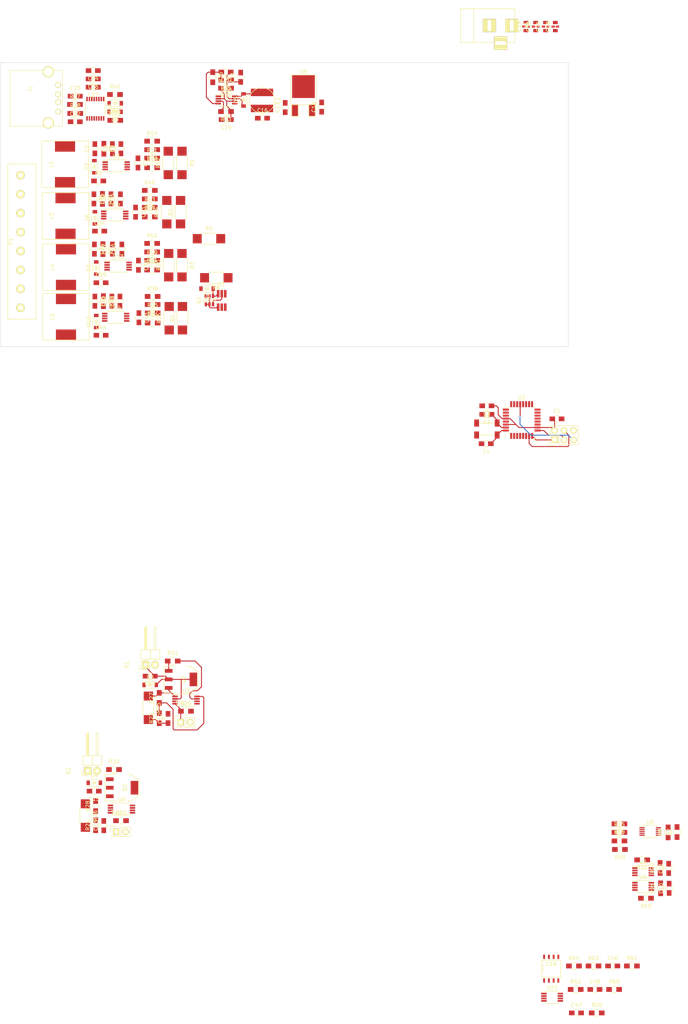
<source format=kicad_pcb>
(kicad_pcb (version 4) (host pcbnew "(after 2015-mar-04 BZR unknown)-product")
  (layers (0 F.Cu signal) (31 B.Cu signal) (34 B.Paste user) (35 F.Paste user) (36 B.SilkS user) (37 F.SilkS user) (38 B.Mask user) (39 F.Mask user) (44 Edge.Cuts user))
  (net 0 "")
  (net 1 "Net-(B1-Pad1)")
  (net 2 GND)
  (net 3 "Net-(B2-Pad1)")
  (net 4 "Net-(D6-Pad1)")
  (net 5 "Net-(D6-Pad2)")
  (net 6 "Net-(D7-Pad1)")
  (net 7 "Net-(D7-Pad2)")
  (net 8 "Net-(J1-Pad1)")
  (net 9 +3V3)
  (net 10 "Net-(J1-Pad3)")
  (net 11 "Net-(J1-Pad4)")
  (net 12 "Net-(J1-Pad5)")
  (net 13 +5V)
  (net 14 /MPPT1/Vin)
  (net 15 "/+3.3V and +5V Regulation/Vin")
  (net 16 /MPPT2/Vin)
  (net 17 /MPPT3/Vin)
  (net 18 /MPPT4/Vin)
  (net 19 "/Battery Management/Battery-Vout")
  (net 20 "Net-(Q1-Pad2)")
  (net 21 /ADC/Output-Current-H)
  (net 22 "Net-(Q2-Pad3)")
  (net 23 "Net-(Q2-Pad1)")
  (net 24 "Net-(Q3-Pad3)")
  (net 25 "Net-(Q3-Pad1)")
  (net 26 "Net-(U1-Pad4)")
  (net 27 "Net-(U2-Pad1)")
  (net 28 "Net-(U2-Pad2)")
  (net 29 "Net-(U2-Pad9)")
  (net 30 "Net-(U2-Pad10)")
  (net 31 "Net-(U2-Pad11)")
  (net 32 "Net-(U2-Pad12)")
  (net 33 "Net-(U2-Pad13)")
  (net 34 "Net-(U2-Pad14)")
  (net 35 "Net-(U2-Pad19)")
  (net 36 "Net-(U2-Pad20)")
  (net 37 "Net-(U2-Pad22)")
  (net 38 "Net-(U2-Pad23)")
  (net 39 "Net-(U2-Pad24)")
  (net 40 "Net-(U2-Pad25)")
  (net 41 "Net-(U2-Pad26)")
  (net 42 /Microcontroller/AT-SDA)
  (net 43 /Microcontroller/AT-SCL)
  (net 44 /Microcontroller/AT-RXD)
  (net 45 /Microcontroller/AT-TXD)
  (net 46 "Net-(U2-Pad32)")
  (net 47 /ADC/Input-Current-L)
  (net 48 /ADC/Input-Current-H)
  (net 49 /ADC/Output-Current-L)
  (net 50 /Microcontroller/AT-Alert)
  (net 51 /Microcontroller/AT-BAT1-STAT)
  (net 52 /Microcontroller/AT-BAT2-STAT)
  (net 53 "/Phone Interface/FTDI-TX")
  (net 54 "Net-(U11-Pad2)")
  (net 55 "/Phone Interface/FTDI-RX")
  (net 56 "Net-(U11-Pad16)")
  (net 57 "/Environment Sensors/ENV_OS")
  (net 58 "Net-(U16-Pad7)")
  (net 59 "/Environment Sensors/ENV_AL_L")
  (net 60 "/Environment Sensors/ENV_AL_H")
  (net 61 "Net-(X1-Pad3)")
  (net 62 "Net-(X1-Pad2)")
  (net 63 "Net-(C2-Pad1)")
  (net 64 "Net-(C4-Pad1)")
  (net 65 "Net-(C6-Pad1)")
  (net 66 "Net-(C7-Pad1)")
  (net 67 "Net-(C7-Pad2)")
  (net 68 "Net-(C8-Pad1)")
  (net 69 "Net-(C9-Pad1)")
  (net 70 "Net-(C10-Pad1)")
  (net 71 "Net-(C10-Pad2)")
  (net 72 "Net-(C11-Pad1)")
  (net 73 "Net-(C11-Pad2)")
  (net 74 "Net-(C18-Pad2)")
  (net 75 "Net-(C19-Pad1)")
  (net 76 "/+3.3V and +5V Regulation/LM_FB")
  (net 77 "Net-(C22-Pad1)")
  (net 78 "Net-(C23-Pad1)")
  (net 79 "Net-(C32-Pad1)")
  (net 80 "Net-(C33-Pad1)")
  (net 81 "Net-(C33-Pad2)")
  (net 82 "Net-(C34-Pad1)")
  (net 83 "Net-(C35-Pad1)")
  (net 84 "Net-(C37-Pad1)")
  (net 85 "Net-(C38-Pad1)")
  (net 86 "Net-(C38-Pad2)")
  (net 87 "Net-(C39-Pad1)")
  (net 88 "Net-(C40-Pad1)")
  (net 89 "Net-(C42-Pad1)")
  (net 90 "Net-(C43-Pad1)")
  (net 91 "Net-(C43-Pad2)")
  (net 92 "Net-(C44-Pad1)")
  (net 93 "Net-(C45-Pad1)")
  (net 94 "Net-(C48-Pad1)")
  (net 95 /MPPT1/MPPT-Vout)
  (net 96 /MPPT2/MPPT-Vout)
  (net 97 /MPPT3/MPPT-Vout)
  (net 98 /MPPT4/MPPT-Vout)
  (net 99 "Net-(R15-Pad2)")
  (net 100 "Net-(R17-Pad2)")
  (net 101 "Net-(R23-Pad2)")
  (net 102 "Net-(R24-Pad2)")
  (net 103 "Net-(R29-Pad1)")
  (net 104 "Net-(R30-Pad1)")
  (net 105 "Net-(R31-Pad2)")
  (net 106 "Net-(R32-Pad2)")
  (net 107 "Net-(R33-Pad2)")
  (net 108 "Net-(R37-Pad2)")
  (net 109 "Net-(R38-Pad2)")
  (net 110 "Net-(R59-Pad2)")
  (net 111 "Net-(R61-Pad2)")
  (net 112 "Net-(R63-Pad2)")
  (net 113 "/Phone Interface/Mic+")
  (net 114 "/Phone Interface/MicShield")
  (net 115 "/Phone Interface/Mic-")
  (net 116 "Net-(D2-Pad2)")
  (net 117 "Net-(D5-Pad2)")
  (net 118 "Net-(D8-Pad2)")
  (net 119 "Net-(D9-Pad2)")
  (net 120 "Net-(D10-Pad2)")
  (module Pin_Headers:Pin_Header_Angled_1x02 (layer F.Cu) (at 108.1024 209.3214 90)
    (fp_text reference B1 (at 0 -5.1 90) (layer F.SilkS))
    (fp_text value "Li-ion(2Cell)")
    (pad 1 thru_hole rect (at 0 0 90) (size 2.032 2.032) (drill 1.016) (layers *.Cu *.Mask F.SilkS) (net 1 "Net-(B1-Pad1)"))
    (pad 2 thru_hole oval (at 0 2.54 90) (size 2.032 2.032) (drill 1.016) (layers *.Cu *.Mask F.SilkS) (net 2 GND))
  )
  (module Pin_Headers:Pin_Header_Angled_1x02 (layer F.Cu) (at 92.5576 237.744 90)
    (fp_text reference B2 (at 0 -5.1 90) (layer F.SilkS))
    (fp_text value "Li-ion(2Cell)")
    (pad 1 thru_hole rect (at 0 0 90) (size 2.032 2.032) (drill 1.016) (layers *.Cu *.Mask F.SilkS) (net 3 "Net-(B2-Pad1)"))
    (pad 2 thru_hole oval (at 0 2.54 90) (size 2.032 2.032) (drill 1.016) (layers *.Cu *.Mask F.SilkS) (net 2 GND))
  )
  (module Capacitors_SMD:C_0805_HandSoldering (layer F.Cu) (at 218.44 143.3195)
    (fp_text reference C1 (at 0 -2.1) (layer F.SilkS))
    (fp_text value 1uF)
    (pad 1 smd rect (at -1.25 0) (size 1.5 1.25) (layers F.Cu F.Paste F.Mask) (net 9 +3V3))
    (pad 2 smd rect (at 1.25 0) (size 1.5 1.25) (layers F.Cu F.Paste F.Mask) (net 2 GND))
  )
  (module Capacitors_SMD:C_0805_HandSoldering (layer F.Cu) (at 199.644 142.113 180)
    (fp_text reference C2 (at 0 -2.1 180) (layer F.SilkS))
    (fp_text value 10pF)
    (pad 1 smd rect (at -1.25 0 180) (size 1.5 1.25) (layers F.Cu F.Paste F.Mask) (net 63 "Net-(C2-Pad1)"))
    (pad 2 smd rect (at 1.25 0 180) (size 1.5 1.25) (layers F.Cu F.Paste F.Mask) (net 2 GND))
  )
  (module Capacitors_SMD:C_0805_HandSoldering (layer F.Cu) (at 199.644 139.827 180)
    (fp_text reference C3 (at 0 -2.1 180) (layer F.SilkS))
    (fp_text value 1uF)
    (pad 1 smd rect (at -1.25 0 180) (size 1.5 1.25) (layers F.Cu F.Paste F.Mask) (net 9 +3V3))
    (pad 2 smd rect (at 1.25 0 180) (size 1.5 1.25) (layers F.Cu F.Paste F.Mask) (net 2 GND))
  )
  (module Capacitors_SMD:C_0805_HandSoldering (layer F.Cu) (at 199.4535 149.987 180)
    (fp_text reference C4 (at 0 -2.1 180) (layer F.SilkS))
    (fp_text value 10pF)
    (pad 1 smd rect (at -1.25 0 180) (size 1.5 1.25) (layers F.Cu F.Paste F.Mask) (net 64 "Net-(C4-Pad1)"))
    (pad 2 smd rect (at 1.25 0 180) (size 1.5 1.25) (layers F.Cu F.Paste F.Mask) (net 2 GND))
  )
  (module Capacitors_SMD:C_0805_HandSoldering (layer F.Cu) (at 94.488 70.866 90)
    (fp_text reference C5 (at 0 -2.1 90) (layer F.SilkS))
    (fp_text value 10uF)
    (pad 1 smd rect (at -1.25 0 90) (size 1.5 1.25) (layers F.Cu F.Paste F.Mask) (net 14 /MPPT1/Vin))
    (pad 2 smd rect (at 1.25 0 90) (size 1.5 1.25) (layers F.Cu F.Paste F.Mask) (net 2 GND))
  )
  (module Capacitors_SMD:C_0805_HandSoldering (layer F.Cu) (at 99.187 70.866 90)
    (fp_text reference C6 (at 0 -2.1 90) (layer F.SilkS))
    (fp_text value 10uF)
    (pad 1 smd rect (at -1.25 0 90) (size 1.5 1.25) (layers F.Cu F.Paste F.Mask) (net 65 "Net-(C6-Pad1)"))
    (pad 2 smd rect (at 1.25 0 90) (size 1.5 1.25) (layers F.Cu F.Paste F.Mask) (net 2 GND))
  )
  (module Capacitors_SMD:C_0805_HandSoldering (layer F.Cu) (at 106.045 74.676 270)
    (fp_text reference C7 (at 0 -2.1 270) (layer F.SilkS))
    (fp_text value 1uF)
    (pad 1 smd rect (at -1.25 0 270) (size 1.5 1.25) (layers F.Cu F.Paste F.Mask) (net 66 "Net-(C7-Pad1)"))
    (pad 2 smd rect (at 1.25 0 270) (size 1.5 1.25) (layers F.Cu F.Paste F.Mask) (net 67 "Net-(C7-Pad2)"))
  )
  (module Capacitors_SMD:C_0805_HandSoldering (layer F.Cu) (at 95.504 79.502)
    (fp_text reference C8 (at 0 -2.1) (layer F.SilkS))
    (fp_text value 22uF)
    (pad 1 smd rect (at -1.25 0) (size 1.5 1.25) (layers F.Cu F.Paste F.Mask) (net 68 "Net-(C8-Pad1)"))
    (pad 2 smd rect (at 1.25 0) (size 1.5 1.25) (layers F.Cu F.Paste F.Mask) (net 2 GND))
  )
  (module Capacitors_SMD:C_0805_HandSoldering (layer F.Cu) (at 101.473 70.866 90)
    (fp_text reference C9 (at 0 -2.1 90) (layer F.SilkS))
    (fp_text value 1nF)
    (pad 1 smd rect (at -1.25 0 90) (size 1.5 1.25) (layers F.Cu F.Paste F.Mask) (net 69 "Net-(C9-Pad1)"))
    (pad 2 smd rect (at 1.25 0 90) (size 1.5 1.25) (layers F.Cu F.Paste F.Mask) (net 2 GND))
  )
  (module Capacitors_SMD:C_0805_HandSoldering (layer F.Cu) (at 248.539 269.24 90)
    (fp_text reference C10 (at 0 -2.1 90) (layer F.SilkS))
    (fp_text value 0.1uF)
    (pad 1 smd rect (at -1.25 0 90) (size 1.5 1.25) (layers F.Cu F.Paste F.Mask) (net 70 "Net-(C10-Pad1)"))
    (pad 2 smd rect (at 1.25 0 90) (size 1.5 1.25) (layers F.Cu F.Paste F.Mask) (net 71 "Net-(C10-Pad2)"))
  )
  (module Capacitors_SMD:C_0805_HandSoldering (layer F.Cu) (at 248.412 263.906 90)
    (fp_text reference C11 (at 0 -2.1 90) (layer F.SilkS))
    (fp_text value 0.1uF)
    (pad 1 smd rect (at -1.25 0 90) (size 1.5 1.25) (layers F.Cu F.Paste F.Mask) (net 72 "Net-(C11-Pad1)"))
    (pad 2 smd rect (at 1.25 0 90) (size 1.5 1.25) (layers F.Cu F.Paste F.Mask) (net 73 "Net-(C11-Pad2)"))
  )
  (module Capacitors_SMD:C_0805_HandSoldering (layer F.Cu) (at 114.1095 223.6851 90)
    (fp_text reference C12 (at 0 -2.1 90) (layer F.SilkS))
    (fp_text value 0.1uF)
    (pad 1 smd rect (at -1.25 0 90) (size 1.5 1.25) (layers F.Cu F.Paste F.Mask) (net 47 /ADC/Input-Current-L))
    (pad 2 smd rect (at 1.25 0 90) (size 1.5 1.25) (layers F.Cu F.Paste F.Mask) (net 2 GND))
  )
  (module Capacitors_SMD:C_0805_HandSoldering (layer F.Cu) (at 96.8756 252.4252 90)
    (fp_text reference C13 (at 0 -2.1 90) (layer F.SilkS))
    (fp_text value 0.1uF)
    (pad 1 smd rect (at -1.25 0 90) (size 1.5 1.25) (layers F.Cu F.Paste F.Mask) (net 47 /ADC/Input-Current-L))
    (pad 2 smd rect (at 1.25 0 90) (size 1.5 1.25) (layers F.Cu F.Paste F.Mask) (net 2 GND))
  )
  (module Capacitors_SMD:C_0805_HandSoldering (layer F.Cu) (at 109.3216 212.344 180)
    (fp_text reference C14 (at 0 -2.1 180) (layer F.SilkS))
    (fp_text value 0.1uF)
    (pad 1 smd rect (at -1.25 0 180) (size 1.5 1.25) (layers F.Cu F.Paste F.Mask) (net 1 "Net-(B1-Pad1)"))
    (pad 2 smd rect (at 1.25 0 180) (size 1.5 1.25) (layers F.Cu F.Paste F.Mask) (net 2 GND))
  )
  (module Capacitors_SMD:C_0805_HandSoldering (layer F.Cu) (at 94.2848 243.1796 180)
    (fp_text reference C15 (at 0 -2.1 180) (layer F.SilkS))
    (fp_text value 0.1uF)
    (pad 1 smd rect (at -1.25 0 180) (size 1.5 1.25) (layers F.Cu F.Paste F.Mask) (net 3 "Net-(B2-Pad1)"))
    (pad 2 smd rect (at 1.25 0 180) (size 1.5 1.25) (layers F.Cu F.Paste F.Mask) (net 2 GND))
  )
  (module Capacitors_SMD:C_0805_HandSoldering (layer F.Cu) (at 139.446 62.6745)
    (fp_text reference C16 (at 0 -2.1) (layer F.SilkS))
    (fp_text value "22uF Tant")
    (pad 1 smd rect (at -1.25 0) (size 1.5 1.25) (layers F.Cu F.Paste F.Mask) (net 15 "/+3.3V and +5V Regulation/Vin"))
    (pad 2 smd rect (at 1.25 0) (size 1.5 1.25) (layers F.Cu F.Paste F.Mask) (net 2 GND))
  )
  (module Capacitors_SMD:C_0805_HandSoldering (layer F.Cu) (at 145.542 59.817 90)
    (fp_text reference C17 (at 0 -2.1 90) (layer F.SilkS))
    (fp_text value 1uF)
    (pad 1 smd rect (at -1.25 0 90) (size 1.5 1.25) (layers F.Cu F.Paste F.Mask) (net 15 "/+3.3V and +5V Regulation/Vin"))
    (pad 2 smd rect (at 1.25 0 90) (size 1.5 1.25) (layers F.Cu F.Paste F.Mask) (net 2 GND))
  )
  (module Capacitors_SMD:C_0805_HandSoldering (layer F.Cu) (at 155.321 59.69 90)
    (fp_text reference C18 (at 0 -2.1 90) (layer F.SilkS))
    (fp_text value 1uF)
    (pad 1 smd rect (at -1.25 0 90) (size 1.5 1.25) (layers F.Cu F.Paste F.Mask) (net 9 +3V3))
    (pad 2 smd rect (at 1.25 0 90) (size 1.5 1.25) (layers F.Cu F.Paste F.Mask) (net 74 "Net-(C18-Pad2)"))
  )
  (module Capacitors_SMD:C_0805_HandSoldering (layer F.Cu) (at 129.7305 63.0555 180)
    (fp_text reference C19 (at 0 -2.1 180) (layer F.SilkS))
    (fp_text value 1uF)
    (pad 1 smd rect (at -1.25 0 180) (size 1.5 1.25) (layers F.Cu F.Paste F.Mask) (net 75 "Net-(C19-Pad1)"))
    (pad 2 smd rect (at 1.25 0 180) (size 1.5 1.25) (layers F.Cu F.Paste F.Mask) (net 2 GND))
  )
  (module Capacitors_SMD:C_0805_HandSoldering (layer F.Cu) (at 129.667 50.292 180)
    (fp_text reference C20 (at 0 -2.1 180) (layer F.SilkS))
    (fp_text value 39pF)
    (pad 1 smd rect (at -1.25 0 180) (size 1.5 1.25) (layers F.Cu F.Paste F.Mask) (net 13 +5V))
    (pad 2 smd rect (at 1.25 0 180) (size 1.5 1.25) (layers F.Cu F.Paste F.Mask) (net 76 "/+3.3V and +5V Regulation/LM_FB"))
  )
  (module Capacitors_SMD:C_0805_HandSoldering (layer F.Cu) (at 133.604 51.689 90)
    (fp_text reference C21 (at 0 -2.1 90) (layer F.SilkS))
    (fp_text value "68uF Tant")
    (pad 1 smd rect (at -1.25 0 90) (size 1.5 1.25) (layers F.Cu F.Paste F.Mask) (net 13 +5V))
    (pad 2 smd rect (at 1.25 0 90) (size 1.5 1.25) (layers F.Cu F.Paste F.Mask) (net 2 GND))
  )
  (module Capacitors_SMD:C_0805_HandSoldering (layer F.Cu) (at 89.2175 63.627)
    (fp_text reference C22 (at 0 -2.1) (layer F.SilkS))
    (fp_text value 47pF)
    (pad 1 smd rect (at -1.25 0) (size 1.5 1.25) (layers F.Cu F.Paste F.Mask) (net 77 "Net-(C22-Pad1)"))
    (pad 2 smd rect (at 1.25 0) (size 1.5 1.25) (layers F.Cu F.Paste F.Mask) (net 2 GND))
  )
  (module Capacitors_SMD:C_0805_HandSoldering (layer F.Cu) (at 89.2175 56.769)
    (fp_text reference C23 (at 0 -2.1) (layer F.SilkS))
    (fp_text value 47pF)
    (pad 1 smd rect (at -1.25 0) (size 1.5 1.25) (layers F.Cu F.Paste F.Mask) (net 78 "Net-(C23-Pad1)"))
    (pad 2 smd rect (at 1.25 0) (size 1.5 1.25) (layers F.Cu F.Paste F.Mask) (net 2 GND))
  )
  (module Capacitors_SMD:C_0805_HandSoldering (layer F.Cu) (at 94.0435 49.911 180)
    (fp_text reference C24 (at 0 -2.1 180) (layer F.SilkS))
    (fp_text value 100nF)
    (pad 1 smd rect (at -1.25 0 180) (size 1.5 1.25) (layers F.Cu F.Paste F.Mask) (net 9 +3V3))
    (pad 2 smd rect (at 1.25 0 180) (size 1.5 1.25) (layers F.Cu F.Paste F.Mask) (net 2 GND))
  )
  (module Capacitors_SMD:C_0805_HandSoldering (layer F.Cu) (at 94.0435 52.1335 180)
    (fp_text reference C26 (at 0 -2.1 180) (layer F.SilkS))
    (fp_text value 100nF)
    (pad 1 smd rect (at -1.25 0 180) (size 1.5 1.25) (layers F.Cu F.Paste F.Mask) (net 9 +3V3))
    (pad 2 smd rect (at 1.25 0 180) (size 1.5 1.25) (layers F.Cu F.Paste F.Mask) (net 2 GND))
  )
  (module Capacitors_SMD:C_0805_HandSoldering (layer F.Cu) (at 94.0435 54.356 180)
    (fp_text reference C27 (at 0 -2.1 180) (layer F.SilkS))
    (fp_text value 4.7uF)
    (pad 1 smd rect (at -1.25 0 180) (size 1.5 1.25) (layers F.Cu F.Paste F.Mask) (net 9 +3V3))
    (pad 2 smd rect (at 1.25 0 180) (size 1.5 1.25) (layers F.Cu F.Paste F.Mask) (net 2 GND))
  )
  (module Capacitors_SMD:C_0805_HandSoldering (layer F.Cu) (at 94.234 84.328 270)
    (fp_text reference C31 (at 0 -2.1 270) (layer F.SilkS))
    (fp_text value 10uF)
    (pad 1 smd rect (at -1.25 0 270) (size 1.5 1.25) (layers F.Cu F.Paste F.Mask) (net 16 /MPPT2/Vin))
    (pad 2 smd rect (at 1.25 0 270) (size 1.5 1.25) (layers F.Cu F.Paste F.Mask) (net 2 GND))
  )
  (module Capacitors_SMD:C_0805_HandSoldering (layer F.Cu) (at 98.806 84.328 90)
    (fp_text reference C32 (at 0 -2.1 90) (layer F.SilkS))
    (fp_text value 10uF)
    (pad 1 smd rect (at -1.25 0 90) (size 1.5 1.25) (layers F.Cu F.Paste F.Mask) (net 79 "Net-(C32-Pad1)"))
    (pad 2 smd rect (at 1.25 0 90) (size 1.5 1.25) (layers F.Cu F.Paste F.Mask) (net 2 GND))
  )
  (module Capacitors_SMD:C_0805_HandSoldering (layer F.Cu) (at 105.41 87.884 270)
    (fp_text reference C33 (at 0 -2.1 270) (layer F.SilkS))
    (fp_text value 1uF)
    (pad 1 smd rect (at -1.25 0 270) (size 1.5 1.25) (layers F.Cu F.Paste F.Mask) (net 80 "Net-(C33-Pad1)"))
    (pad 2 smd rect (at 1.25 0 270) (size 1.5 1.25) (layers F.Cu F.Paste F.Mask) (net 81 "Net-(C33-Pad2)"))
  )
  (module Capacitors_SMD:C_0805_HandSoldering (layer F.Cu) (at 95.758 92.964)
    (fp_text reference C34 (at 0 -2.1) (layer F.SilkS))
    (fp_text value 22uF)
    (pad 1 smd rect (at -1.25 0) (size 1.5 1.25) (layers F.Cu F.Paste F.Mask) (net 82 "Net-(C34-Pad1)"))
    (pad 2 smd rect (at 1.25 0) (size 1.5 1.25) (layers F.Cu F.Paste F.Mask) (net 2 GND))
  )
  (module Capacitors_SMD:C_0805_HandSoldering (layer F.Cu) (at 101.346 84.328 90)
    (fp_text reference C35 (at 0 -2.1 90) (layer F.SilkS))
    (fp_text value 1nF)
    (pad 1 smd rect (at -1.25 0 90) (size 1.5 1.25) (layers F.Cu F.Paste F.Mask) (net 83 "Net-(C35-Pad1)"))
    (pad 2 smd rect (at 1.25 0 90) (size 1.5 1.25) (layers F.Cu F.Paste F.Mask) (net 2 GND))
  )
  (module Capacitors_SMD:C_0805_HandSoldering (layer F.Cu) (at 94.361 97.79 270)
    (fp_text reference C36 (at 0 -2.1 270) (layer F.SilkS))
    (fp_text value 10uF)
    (pad 1 smd rect (at -1.25 0 270) (size 1.5 1.25) (layers F.Cu F.Paste F.Mask) (net 17 /MPPT3/Vin))
    (pad 2 smd rect (at 1.25 0 270) (size 1.5 1.25) (layers F.Cu F.Paste F.Mask) (net 2 GND))
  )
  (module Capacitors_SMD:C_0805_HandSoldering (layer F.Cu) (at 99.187 97.79 90)
    (fp_text reference C37 (at 0 -2.1 90) (layer F.SilkS))
    (fp_text value 10uF)
    (pad 1 smd rect (at -1.25 0 90) (size 1.5 1.25) (layers F.Cu F.Paste F.Mask) (net 84 "Net-(C37-Pad1)"))
    (pad 2 smd rect (at 1.25 0 90) (size 1.5 1.25) (layers F.Cu F.Paste F.Mask) (net 2 GND))
  )
  (module Capacitors_SMD:C_0805_HandSoldering (layer F.Cu) (at 106.172 102.108 270)
    (fp_text reference C38 (at 0 -2.1 270) (layer F.SilkS))
    (fp_text value 1uF)
    (pad 1 smd rect (at -1.25 0 270) (size 1.5 1.25) (layers F.Cu F.Paste F.Mask) (net 85 "Net-(C38-Pad1)"))
    (pad 2 smd rect (at 1.25 0 270) (size 1.5 1.25) (layers F.Cu F.Paste F.Mask) (net 86 "Net-(C38-Pad2)"))
  )
  (module Capacitors_SMD:C_0805_HandSoldering (layer F.Cu) (at 96.139 106.807)
    (fp_text reference C39 (at 0 -2.1) (layer F.SilkS))
    (fp_text value 22uF)
    (pad 1 smd rect (at -1.25 0) (size 1.5 1.25) (layers F.Cu F.Paste F.Mask) (net 87 "Net-(C39-Pad1)"))
    (pad 2 smd rect (at 1.25 0) (size 1.5 1.25) (layers F.Cu F.Paste F.Mask) (net 2 GND))
  )
  (module Capacitors_SMD:C_0805_HandSoldering (layer F.Cu) (at 101.727 97.79 90)
    (fp_text reference C40 (at 0 -2.1 90) (layer F.SilkS))
    (fp_text value 1nF)
    (pad 1 smd rect (at -1.25 0 90) (size 1.5 1.25) (layers F.Cu F.Paste F.Mask) (net 88 "Net-(C40-Pad1)"))
    (pad 2 smd rect (at 1.25 0 90) (size 1.5 1.25) (layers F.Cu F.Paste F.Mask) (net 2 GND))
  )
  (module Capacitors_SMD:C_0805_HandSoldering (layer F.Cu) (at 94.488 111.76 270)
    (fp_text reference C41 (at 0 -2.1 270) (layer F.SilkS))
    (fp_text value 10uF)
    (pad 1 smd rect (at -1.25 0 270) (size 1.5 1.25) (layers F.Cu F.Paste F.Mask) (net 18 /MPPT4/Vin))
    (pad 2 smd rect (at 1.25 0 270) (size 1.5 1.25) (layers F.Cu F.Paste F.Mask) (net 2 GND))
  )
  (module Capacitors_SMD:C_0805_HandSoldering (layer F.Cu) (at 99.06 111.76 90)
    (fp_text reference C42 (at 0 -2.1 90) (layer F.SilkS))
    (fp_text value 10uF)
    (pad 1 smd rect (at -1.25 0 90) (size 1.5 1.25) (layers F.Cu F.Paste F.Mask) (net 89 "Net-(C42-Pad1)"))
    (pad 2 smd rect (at 1.25 0 90) (size 1.5 1.25) (layers F.Cu F.Paste F.Mask) (net 2 GND))
  )
  (module Capacitors_SMD:C_0805_HandSoldering (layer F.Cu) (at 106.299 116.205 270)
    (fp_text reference C43 (at 0 -2.1 270) (layer F.SilkS))
    (fp_text value 1uF)
    (pad 1 smd rect (at -1.25 0 270) (size 1.5 1.25) (layers F.Cu F.Paste F.Mask) (net 90 "Net-(C43-Pad1)"))
    (pad 2 smd rect (at 1.25 0 270) (size 1.5 1.25) (layers F.Cu F.Paste F.Mask) (net 91 "Net-(C43-Pad2)"))
  )
  (module Capacitors_SMD:C_0805_HandSoldering (layer F.Cu) (at 96.139 120.904)
    (fp_text reference C44 (at 0 -2.1) (layer F.SilkS))
    (fp_text value 22uF)
    (pad 1 smd rect (at -1.25 0) (size 1.5 1.25) (layers F.Cu F.Paste F.Mask) (net 92 "Net-(C44-Pad1)"))
    (pad 2 smd rect (at 1.25 0) (size 1.5 1.25) (layers F.Cu F.Paste F.Mask) (net 2 GND))
  )
  (module Capacitors_SMD:C_0805_HandSoldering (layer F.Cu) (at 101.219 111.76 90)
    (fp_text reference C45 (at 0 -2.1 90) (layer F.SilkS))
    (fp_text value 1nF)
    (pad 1 smd rect (at -1.25 0 90) (size 1.5 1.25) (layers F.Cu F.Paste F.Mask) (net 93 "Net-(C45-Pad1)"))
    (pad 2 smd rect (at 1.25 0 90) (size 1.5 1.25) (layers F.Cu F.Paste F.Mask) (net 2 GND))
  )
  (module Capacitors_SMD:C_0805_HandSoldering (layer F.Cu) (at 233.401001 290.077)
    (fp_text reference C46 (at 0 -2.1) (layer F.SilkS))
    (fp_text value 0.1uF)
    (pad 1 smd rect (at -1.25 0) (size 1.5 1.25) (layers F.Cu F.Paste F.Mask) (net 9 +3V3))
    (pad 2 smd rect (at 1.25 0) (size 1.5 1.25) (layers F.Cu F.Paste F.Mask) (net 2 GND))
  )
  (module Capacitors_SMD:C_0805_HandSoldering (layer F.Cu) (at 223.668619 302.677)
    (fp_text reference C47 (at 0 -2.1) (layer F.SilkS))
    (fp_text value 0.22uF)
    (pad 1 smd rect (at -1.25 0) (size 1.5 1.25) (layers F.Cu F.Paste F.Mask) (net 9 +3V3))
    (pad 2 smd rect (at 1.25 0) (size 1.5 1.25) (layers F.Cu F.Paste F.Mask) (net 2 GND))
  )
  (module Capacitors_SMD:C_0805_HandSoldering (layer F.Cu) (at 228.621001 296.377)
    (fp_text reference C48 (at 0 -2.1) (layer F.SilkS))
    (fp_text value 0.1)
    (pad 1 smd rect (at -1.25 0) (size 1.5 1.25) (layers F.Cu F.Paste F.Mask) (net 94 "Net-(C48-Pad1)"))
    (pad 2 smd rect (at 1.25 0) (size 1.5 1.25) (layers F.Cu F.Paste F.Mask) (net 2 GND))
  )
  (module Diodes_SMD:SOD-123 (layer F.Cu) (at 124.587 108.3945 180)
    (fp_text reference D1 (at 0 -2 180) (layer F.SilkS))
    (fp_text value 1N5819)
    (pad 1 smd rect (at -1.635 0 180) (size 0.91 1.22) (layers F.Cu F.Paste F.Mask) (net 21 /ADC/Output-Current-H))
    (pad 2 smd rect (at 1.635 0 180) (size 0.91 1.22) (layers F.Cu F.Paste F.Mask) (net 47 /ADC/Input-Current-L))
  )
  (module Diodes_SMD:SOD-123 (layer F.Cu) (at 94.361 75.692 90)
    (fp_text reference D2 (at 0 -2 90) (layer F.SilkS))
    (fp_text value Diode-Shottky)
    (pad 1 smd rect (at -1.635 0 90) (size 0.91 1.22) (layers F.Cu F.Paste F.Mask) (net 68 "Net-(C8-Pad1)"))
    (pad 2 smd rect (at 1.635 0 90) (size 0.91 1.22) (layers F.Cu F.Paste F.Mask) (net 116 "Net-(D2-Pad2)"))
  )
  (module Diodes_SMD:SOD-123 (layer F.Cu) (at 109.3216 214.6808)
    (fp_text reference D3 (at 0 -2) (layer F.SilkS))
    (fp_text value Diode-Shottky)
    (pad 1 smd rect (at -1.635 0) (size 0.91 1.22) (layers F.Cu F.Paste F.Mask) (net 19 "/Battery Management/Battery-Vout"))
    (pad 2 smd rect (at 1.635 0) (size 0.91 1.22) (layers F.Cu F.Paste F.Mask) (net 1 "Net-(B1-Pad1)"))
  )
  (module Diodes_SMD:SOD-123 (layer F.Cu) (at 94.3356 240.9444)
    (fp_text reference D4 (at 0 -2) (layer F.SilkS))
    (fp_text value Diode-Shottky)
    (pad 1 smd rect (at -1.635 0) (size 0.91 1.22) (layers F.Cu F.Paste F.Mask) (net 19 "/Battery Management/Battery-Vout"))
    (pad 2 smd rect (at 1.635 0) (size 0.91 1.22) (layers F.Cu F.Paste F.Mask) (net 3 "Net-(B2-Pad1)"))
  )
  (module Diodes_SMD:SOD-123 (layer F.Cu) (at 134.366 57.785 90)
    (fp_text reference D5 (at 0 -2 90) (layer F.SilkS))
    (fp_text value Diode-Shottky)
    (pad 1 smd rect (at -1.635 0 90) (size 0.91 1.22) (layers F.Cu F.Paste F.Mask) (net 13 +5V))
    (pad 2 smd rect (at 1.635 0 90) (size 0.91 1.22) (layers F.Cu F.Paste F.Mask) (net 117 "Net-(D5-Pad2)"))
  )
  (module Diodes_SMD:SOD-123 (layer F.Cu) (at 99.8855 60.96 180)
    (fp_text reference D6 (at 0 -2 180) (layer F.SilkS))
    (fp_text value GRN)
    (pad 1 smd rect (at -1.635 0 180) (size 0.91 1.22) (layers F.Cu F.Paste F.Mask) (net 4 "Net-(D6-Pad1)"))
    (pad 2 smd rect (at 1.635 0 180) (size 0.91 1.22) (layers F.Cu F.Paste F.Mask) (net 5 "Net-(D6-Pad2)"))
  )
  (module Diodes_SMD:SOD-123 (layer F.Cu) (at 99.949 58.674 180)
    (fp_text reference D7 (at 0 -2 180) (layer F.SilkS))
    (fp_text value LED)
    (pad 1 smd rect (at -1.635 0 180) (size 0.91 1.22) (layers F.Cu F.Paste F.Mask) (net 6 "Net-(D7-Pad1)"))
    (pad 2 smd rect (at 1.635 0 180) (size 0.91 1.22) (layers F.Cu F.Paste F.Mask) (net 7 "Net-(D7-Pad2)"))
  )
  (module Diodes_SMD:SOD-123 (layer F.Cu) (at 94.869 117.221 90)
    (fp_text reference D10 (at 0 -2 90) (layer F.SilkS))
    (fp_text value Diode-Shottky)
    (pad 1 smd rect (at -1.635 0 90) (size 0.91 1.22) (layers F.Cu F.Paste F.Mask) (net 92 "Net-(C44-Pad1)"))
    (pad 2 smd rect (at 1.635 0 90) (size 0.91 1.22) (layers F.Cu F.Paste F.Mask) (net 120 "Net-(D10-Pad2)"))
  )
  (module Connect:USB_A (layer F.Cu) (at 84.6455 57.3405 180)
    (fp_text reference J2 (at 7.62 2.54 180) (layer F.SilkS))
    (fp_text value USB)
    (pad 4 thru_hole circle (at 0 -3.556 180) (size 1.50114 1.50114) (drill 1.00076) (layers *.Cu *.Mask F.SilkS) (net 2 GND))
    (pad 3 thru_hole circle (at 0 -1.016 180) (size 1.50114 1.50114) (drill 1.00076) (layers *.Cu *.Mask F.SilkS) (net 77 "Net-(C22-Pad1)"))
    (pad 2 thru_hole circle (at 0 1.016 180) (size 1.50114 1.50114) (drill 1.00076) (layers *.Cu *.Mask F.SilkS) (net 78 "Net-(C23-Pad1)"))
    (pad 1 thru_hole circle (at 0 3.556 180) (size 1.50114 1.50114) (drill 1.00076) (layers *.Cu *.Mask F.SilkS) (net 13 +5V))
    (pad 5 thru_hole circle (at 2.667 -6.604 180) (size 2.99974 2.99974) (drill 2.30124) (layers *.Cu *.Mask F.SilkS) (net 2 GND))
    (pad 6 thru_hole circle (at 2.667 7.112 180) (size 2.99974 2.99974) (drill 2.30124) (layers *.Cu *.Mask F.SilkS) (net 2 GND))
  )
  (module Connect:BARREL_JACK (layer F.Cu) (at 200.117121 37.81948)
    (fp_text reference J3 (at 10.09904 0 90) (layer F.SilkS))
    (fp_text value Barrel)
    (pad 1 thru_hole rect (at 6.20014 0) (size 3.50012 3.50012) (drill oval 1.00076 2.99974) (layers *.Cu *.Mask F.SilkS) (net 113 "/Phone Interface/Mic+"))
    (pad 2 thru_hole rect (at 0.20066 0) (size 3.50012 3.50012) (drill oval 1.00076 2.99974) (layers *.Cu *.Mask F.SilkS) (net 115 "/Phone Interface/Mic-"))
    (pad 3 thru_hole rect (at 3.2004 4.699) (size 3.50012 3.50012) (drill oval 2.99974 1.00076) (layers *.Cu *.Mask F.SilkS) (net 114 "/Phone Interface/MicShield"))
  )
  (module RFCX:Ind_12_5x12_5 (layer F.Cu) (at 86.487 75.057 270)
    (fp_text reference L1 (at 0 3.683 270) (layer F.SilkS))
    (fp_text value 27uH)
    (pad 1 smd rect (at -4.85 0 270) (size 2.9 5.4) (layers F.Cu F.Paste F.Mask) (net 14 /MPPT1/Vin))
    (pad 2 smd rect (at 4.85 0 270) (size 2.9 5.4) (layers F.Cu F.Paste F.Mask) (net 116 "Net-(D2-Pad2)"))
  )
  (module RFCX:Ind_6x6 (layer F.Cu) (at 139.319 57.912 90)
    (fp_text reference L2 (at 0 4.445 90) (layer F.SilkS))
    (fp_text value 6.8uH)
    (pad 1 smd rect (at -2.15 0 90) (size 2 6) (layers F.Cu F.Paste F.Mask) (net 15 "/+3.3V and +5V Regulation/Vin"))
    (pad 2 smd rect (at 2.15 0 90) (size 2 6) (layers F.Cu F.Paste F.Mask) (net 117 "Net-(D5-Pad2)"))
  )
  (module RFCX:Ind_12_5x12_5 (layer F.Cu) (at 86.614 88.9 270)
    (fp_text reference L3 (at 0 3.683 270) (layer F.SilkS))
    (fp_text value 27uH)
    (pad 1 smd rect (at -4.85 0 270) (size 2.9 5.4) (layers F.Cu F.Paste F.Mask) (net 16 /MPPT2/Vin))
    (pad 2 smd rect (at 4.85 0 270) (size 2.9 5.4) (layers F.Cu F.Paste F.Mask) (net 118 "Net-(D8-Pad2)"))
  )
  (module RFCX:Ind_12_5x12_5 (layer F.Cu) (at 86.741 102.616 270)
    (fp_text reference L4 (at 0 3.683 270) (layer F.SilkS))
    (fp_text value 27uH)
    (pad 1 smd rect (at -4.85 0 270) (size 2.9 5.4) (layers F.Cu F.Paste F.Mask) (net 17 /MPPT3/Vin))
    (pad 2 smd rect (at 4.85 0 270) (size 2.9 5.4) (layers F.Cu F.Paste F.Mask) (net 119 "Net-(D9-Pad2)"))
  )
  (module RFCX:Ind_12_5x12_5 (layer F.Cu) (at 86.741 115.951 270)
    (fp_text reference L5 (at 0 3.683 270) (layer F.SilkS))
    (fp_text value 27uH)
    (pad 1 smd rect (at -4.85 0 270) (size 2.9 5.4) (layers F.Cu F.Paste F.Mask) (net 18 /MPPT4/Vin))
    (pad 2 smd rect (at 4.85 0 270) (size 2.9 5.4) (layers F.Cu F.Paste F.Mask) (net 120 "Net-(D10-Pad2)"))
  )
  (module RFCX:Terminal_Block_8 (layer F.Cu) (at 74.549 95.758 270)
    (fp_text reference P1 (at 0 2.54 270) (layer F.SilkS))
    (fp_text value "Terminal Block")
    (pad 1 thru_hole circle (at -17.78 0 270) (size 2.3 2.3) (drill 1.3) (layers *.Cu *.Mask F.SilkS) (net 14 /MPPT1/Vin))
    (pad 2 thru_hole circle (at -12.7 0 270) (size 2.3 2.3) (drill 1.3) (layers *.Cu *.Mask F.SilkS) (net 2 GND))
    (pad 3 thru_hole circle (at -7.62 0 270) (size 2.3 2.3) (drill 1.3) (layers *.Cu *.Mask F.SilkS) (net 16 /MPPT2/Vin))
    (pad 4 thru_hole circle (at -2.54 0 270) (size 2.3 2.3) (drill 1.3) (layers *.Cu *.Mask F.SilkS) (net 2 GND))
    (pad 5 thru_hole circle (at 2.54 0 270) (size 2.3 2.3) (drill 1.3) (layers *.Cu *.Mask F.SilkS) (net 17 /MPPT3/Vin))
    (pad 6 thru_hole circle (at 7.62 0 270) (size 2.3 2.3) (drill 1.3) (layers *.Cu *.Mask F.SilkS) (net 2 GND))
    (pad 7 thru_hole circle (at 12.7 0 270) (size 2.3 2.3) (drill 1.3) (layers *.Cu *.Mask F.SilkS) (net 18 /MPPT4/Vin))
    (pad 8 thru_hole circle (at 17.78 0 270) (size 2.3 2.3) (drill 1.3) (layers *.Cu *.Mask F.SilkS) (net 2 GND))
  )
  (module SMD_Packages:SOT-223 (layer F.Cu) (at 117.602 213.2076 270)
    (fp_text reference Q2 (at 0 -0.762 270) (layer F.SilkS))
    (fp_text value FZT788B)
    (pad 4 smd rect (at 0 -3.302 270) (size 3.6576 2.032) (layers F.Cu F.Paste F.Mask) (net 1 "Net-(B1-Pad1)"))
    (pad 2 smd rect (at 0 3.302 270) (size 1.016 2.032) (layers F.Cu F.Paste F.Mask) (net 1 "Net-(B1-Pad1)"))
    (pad 3 smd rect (at 2.286 3.302 270) (size 1.016 2.032) (layers F.Cu F.Paste F.Mask) (net 22 "Net-(Q2-Pad3)"))
    (pad 1 smd rect (at -2.286 3.302 270) (size 1.016 2.032) (layers F.Cu F.Paste F.Mask) (net 23 "Net-(Q2-Pad1)"))
  )
  (module SMD_Packages:SOT-223 (layer F.Cu) (at 101.8032 242.2652 270)
    (fp_text reference Q3 (at 0 -0.762 270) (layer F.SilkS))
    (fp_text value FZT788B)
    (pad 4 smd rect (at 0 -3.302 270) (size 3.6576 2.032) (layers F.Cu F.Paste F.Mask) (net 3 "Net-(B2-Pad1)"))
    (pad 2 smd rect (at 0 3.302 270) (size 1.016 2.032) (layers F.Cu F.Paste F.Mask) (net 3 "Net-(B2-Pad1)"))
    (pad 3 smd rect (at 2.286 3.302 270) (size 1.016 2.032) (layers F.Cu F.Paste F.Mask) (net 24 "Net-(Q3-Pad3)"))
    (pad 1 smd rect (at -2.286 3.302 270) (size 1.016 2.032) (layers F.Cu F.Paste F.Mask) (net 25 "Net-(Q3-Pad1)"))
  )
  (module Resistors_SMD:R_2010_HandSoldering (layer F.Cu) (at 117.856 74.676 270)
    (fp_text reference R1 (at 0 -2.7 270) (layer F.SilkS))
    (fp_text value "0.025, 1W")
    (pad 1 smd rect (at -3.15 0 270) (size 2.4 2.5) (layers F.Cu F.Paste F.Mask) (net 95 /MPPT1/MPPT-Vout))
    (pad 2 smd rect (at 3.15 0 270) (size 2.4 2.5) (layers F.Cu F.Paste F.Mask) (net 48 /ADC/Input-Current-H))
  )
  (module Resistors_SMD:R_2010_HandSoldering (layer F.Cu) (at 117.475 87.884 90)
    (fp_text reference R2 (at 0 -2.7 90) (layer F.SilkS))
    (fp_text value "0.025, 1W")
    (pad 1 smd rect (at -3.15 0 90) (size 2.4 2.5) (layers F.Cu F.Paste F.Mask) (net 96 /MPPT2/MPPT-Vout))
    (pad 2 smd rect (at 3.15 0 90) (size 2.4 2.5) (layers F.Cu F.Paste F.Mask) (net 48 /ADC/Input-Current-H))
  )
  (module Resistors_SMD:R_0805_HandSoldering (layer F.Cu) (at 248.2596 254.254 90)
    (fp_text reference R8 (at 0 -2.1 90) (layer F.SilkS))
    (fp_text value 10k)
    (pad 1 smd rect (at -1.35 0 90) (size 1.5 1.3) (layers F.Cu F.Paste F.Mask) (net 9 +3V3))
    (pad 2 smd rect (at 1.35 0 90) (size 1.5 1.3) (layers F.Cu F.Paste F.Mask) (net 42 /Microcontroller/AT-SDA))
  )
  (module Resistors_SMD:R_0805_HandSoldering (layer F.Cu) (at 96.901 70.866 270)
    (fp_text reference R9 (at 0 -2.1 270) (layer F.SilkS))
    (fp_text value 1k)
    (pad 1 smd rect (at -1.35 0 270) (size 1.5 1.3) (layers F.Cu F.Paste F.Mask) (net 14 /MPPT1/Vin))
    (pad 2 smd rect (at 1.35 0 270) (size 1.5 1.3) (layers F.Cu F.Paste F.Mask) (net 65 "Net-(C6-Pad1)"))
  )
  (module Resistors_SMD:R_0805_HandSoldering (layer F.Cu) (at 109.855 75.946)
    (fp_text reference R10 (at 0 -2.1) (layer F.SilkS))
    (fp_text value 1k)
    (pad 1 smd rect (at -1.35 0) (size 1.5 1.3) (layers F.Cu F.Paste F.Mask) (net 67 "Net-(C7-Pad2)"))
    (pad 2 smd rect (at 1.35 0) (size 1.5 1.3) (layers F.Cu F.Paste F.Mask) (net 68 "Net-(C8-Pad1)"))
  )
  (module Resistors_SMD:R_0805_HandSoldering (layer F.Cu) (at 109.855 73.406)
    (fp_text reference R11 (at 0 -2.1) (layer F.SilkS))
    (fp_text value 1k)
    (pad 1 smd rect (at -1.35 0) (size 1.5 1.3) (layers F.Cu F.Paste F.Mask) (net 66 "Net-(C7-Pad1)"))
    (pad 2 smd rect (at 1.35 0) (size 1.5 1.3) (layers F.Cu F.Paste F.Mask) (net 95 /MPPT1/MPPT-Vout))
  )
  (module Resistors_SMD:R_0805_HandSoldering (layer F.Cu) (at 109.855 71.12 180)
    (fp_text reference R13 (at 0 -2.1 180) (layer F.SilkS))
    (fp_text value 2.32M)
    (pad 1 smd rect (at -1.35 0 180) (size 1.5 1.3) (layers F.Cu F.Paste F.Mask) (net 95 /MPPT1/MPPT-Vout))
    (pad 2 smd rect (at 1.35 0 180) (size 1.5 1.3) (layers F.Cu F.Paste F.Mask) (net 69 "Net-(C9-Pad1)"))
  )
  (module Resistors_SMD:R_0805_HandSoldering (layer F.Cu) (at 109.855 68.834)
    (fp_text reference R14 (at 0 -2.1) (layer F.SilkS))
    (fp_text value 845k)
    (pad 1 smd rect (at -1.35 0) (size 1.5 1.3) (layers F.Cu F.Paste F.Mask) (net 69 "Net-(C9-Pad1)"))
    (pad 2 smd rect (at 1.35 0) (size 1.5 1.3) (layers F.Cu F.Paste F.Mask) (net 2 GND))
  )
  (module Resistors_SMD:R_0805_HandSoldering (layer F.Cu) (at 235.204 254.254)
    (fp_text reference R15 (at 0 -2.1) (layer F.SilkS))
    (fp_text value 1540)
    (pad 1 smd rect (at -1.35 0) (size 1.5 1.3) (layers F.Cu F.Paste F.Mask) (net 48 /ADC/Input-Current-H))
    (pad 2 smd rect (at 1.35 0) (size 1.5 1.3) (layers F.Cu F.Paste F.Mask) (net 99 "Net-(R15-Pad2)"))
  )
  (module Resistors_SMD:R_0805_HandSoldering (layer F.Cu) (at 235.204 251.968 180)
    (fp_text reference R16 (at 0 -2.1 180) (layer F.SilkS))
    (fp_text value 2100)
    (pad 1 smd rect (at -1.35 0 180) (size 1.5 1.3) (layers F.Cu F.Paste F.Mask) (net 99 "Net-(R15-Pad2)"))
    (pad 2 smd rect (at 1.35 0 180) (size 1.5 1.3) (layers F.Cu F.Paste F.Mask) (net 2 GND))
  )
  (module Resistors_SMD:R_0805_HandSoldering (layer F.Cu) (at 235.204 256.54)
    (fp_text reference R17 (at 0 -2.1) (layer F.SilkS))
    (fp_text value 1540)
    (pad 1 smd rect (at -1.35 0) (size 1.5 1.3) (layers F.Cu F.Paste F.Mask) (net 21 /ADC/Output-Current-H))
    (pad 2 smd rect (at 1.35 0) (size 1.5 1.3) (layers F.Cu F.Paste F.Mask) (net 100 "Net-(R17-Pad2)"))
  )
  (module Resistors_SMD:R_0805_HandSoldering (layer F.Cu) (at 235.331 258.826 180)
    (fp_text reference R18 (at 0 -2.1 180) (layer F.SilkS))
    (fp_text value 2100)
    (pad 1 smd rect (at -1.35 0 180) (size 1.5 1.3) (layers F.Cu F.Paste F.Mask) (net 100 "Net-(R17-Pad2)"))
    (pad 2 smd rect (at 1.35 0 180) (size 1.5 1.3) (layers F.Cu F.Paste F.Mask) (net 2 GND))
  )
  (module Resistors_SMD:R_0805_HandSoldering (layer F.Cu) (at 242.316 271.907 180)
    (fp_text reference R19 (at 0 -2.1 180) (layer F.SilkS))
    (fp_text value 200k)
    (pad 1 smd rect (at -1.35 0 180) (size 1.5 1.3) (layers F.Cu F.Paste F.Mask) (net 70 "Net-(C10-Pad1)"))
    (pad 2 smd rect (at 1.35 0 180) (size 1.5 1.3) (layers F.Cu F.Paste F.Mask) (net 2 GND))
  )
  (module Resistors_SMD:R_0805_HandSoldering (layer F.Cu) (at 246.126 263.779 90)
    (fp_text reference R22 (at 0 -2.1 90) (layer F.SilkS))
    (fp_text value Res)
    (pad 1 smd rect (at -1.35 0 90) (size 1.5 1.3) (layers F.Cu F.Paste F.Mask) (net 72 "Net-(C11-Pad1)"))
    (pad 2 smd rect (at 1.35 0 90) (size 1.5 1.3) (layers F.Cu F.Paste F.Mask) (net 73 "Net-(C11-Pad2)"))
  )
  (module Resistors_SMD:R_0805_HandSoldering (layer F.Cu) (at 111.76 223.6216 90)
    (fp_text reference R23 (at 0 -2.1 90) (layer F.SilkS))
    (fp_text value 10k)
    (pad 1 smd rect (at -1.35 0 90) (size 1.5 1.3) (layers F.Cu F.Paste F.Mask) (net 47 /ADC/Input-Current-L))
    (pad 2 smd rect (at 1.35 0 90) (size 1.5 1.3) (layers F.Cu F.Paste F.Mask) (net 101 "Net-(R23-Pad2)"))
  )
  (module Resistors_SMD:R_2010_HandSoldering (layer F.Cu) (at 108.839 220.8276 270)
    (fp_text reference R25 (at 0 -2.7 270) (layer F.SilkS))
    (fp_text value "0.2, 1W")
    (pad 1 smd rect (at -3.15 0 270) (size 2.4 2.5) (layers F.Cu F.Paste F.Mask) (net 22 "Net-(Q2-Pad3)"))
    (pad 2 smd rect (at 3.15 0 270) (size 2.4 2.5) (layers F.Cu F.Paste F.Mask) (net 47 /ADC/Input-Current-L))
  )
  (module Resistors_SMD:R_0805_HandSoldering (layer F.Cu) (at 111.76 218.1606 90)
    (fp_text reference R27 (at 0 -2.1 90) (layer F.SilkS))
    (fp_text value 5k)
    (pad 1 smd rect (at -1.35 0 90) (size 1.5 1.3) (layers F.Cu F.Paste F.Mask) (net 101 "Net-(R23-Pad2)"))
    (pad 2 smd rect (at 1.35 0 90) (size 1.5 1.3) (layers F.Cu F.Paste F.Mask) (net 22 "Net-(Q2-Pad3)"))
  )
  (module Resistors_SMD:R_0805_HandSoldering (layer F.Cu) (at 94.6912 247.1928 90)
    (fp_text reference R28 (at 0 -2.1 90) (layer F.SilkS))
    (fp_text value 5k)
    (pad 1 smd rect (at -1.35 0 90) (size 1.5 1.3) (layers F.Cu F.Paste F.Mask) (net 102 "Net-(R24-Pad2)"))
    (pad 2 smd rect (at 1.35 0 90) (size 1.5 1.3) (layers F.Cu F.Paste F.Mask) (net 24 "Net-(Q3-Pad3)"))
  )
  (module Resistors_SMD:R_0805_HandSoldering (layer F.Cu) (at 118.9228 221.742)
    (fp_text reference R29 (at 0 -2.1) (layer F.SilkS))
    (fp_text value 49.9k)
    (pad 1 smd rect (at -1.35 0) (size 1.5 1.3) (layers F.Cu F.Paste F.Mask) (net 103 "Net-(R29-Pad1)"))
    (pad 2 smd rect (at 1.35 0) (size 1.5 1.3) (layers F.Cu F.Paste F.Mask) (net 2 GND))
  )
  (module Resistors_SMD:R_0805_HandSoldering (layer F.Cu) (at 101.4984 251.1044)
    (fp_text reference R30 (at 0 -2.1) (layer F.SilkS))
    (fp_text value 49.9k)
    (pad 1 smd rect (at -1.35 0) (size 1.5 1.3) (layers F.Cu F.Paste F.Mask) (net 104 "Net-(R30-Pad1)"))
    (pad 2 smd rect (at 1.35 0) (size 1.5 1.3) (layers F.Cu F.Paste F.Mask) (net 2 GND))
  )
  (module Resistors_SMD:R_0805_HandSoldering (layer F.Cu) (at 115.3668 208.28)
    (fp_text reference R31 (at 0 -2.1) (layer F.SilkS))
    (fp_text value 1k)
    (pad 1 smd rect (at -1.35 0) (size 1.5 1.3) (layers F.Cu F.Paste F.Mask) (net 23 "Net-(Q2-Pad1)"))
    (pad 2 smd rect (at 1.35 0) (size 1.5 1.3) (layers F.Cu F.Paste F.Mask) (net 105 "Net-(R31-Pad2)"))
  )
  (module Resistors_SMD:R_0805_HandSoldering (layer F.Cu) (at 99.6188 237.3884)
    (fp_text reference R32 (at 0 -2.1) (layer F.SilkS))
    (fp_text value 1k)
    (pad 1 smd rect (at -1.35 0) (size 1.5 1.3) (layers F.Cu F.Paste F.Mask) (net 25 "Net-(Q3-Pad1)"))
    (pad 2 smd rect (at 1.35 0) (size 1.5 1.3) (layers F.Cu F.Paste F.Mask) (net 106 "Net-(R32-Pad2)"))
  )
  (module Resistors_SMD:R_0805_HandSoldering (layer F.Cu) (at 129.667 60.8965 180)
    (fp_text reference R33 (at 0 -2.1 180) (layer F.SilkS))
    (fp_text value 200k)
    (pad 1 smd rect (at -1.35 0 180) (size 1.5 1.3) (layers F.Cu F.Paste F.Mask) (net 75 "Net-(C19-Pad1)"))
    (pad 2 smd rect (at 1.35 0 180) (size 1.5 1.3) (layers F.Cu F.Paste F.Mask) (net 107 "Net-(R33-Pad2)"))
  )
  (module Resistors_SMD:R_0805_HandSoldering (layer F.Cu) (at 129.667 54.61 180)
    (fp_text reference R34 (at 0 -2.1 180) (layer F.SilkS))
    (fp_text value 49.9)
    (pad 1 smd rect (at -1.35 0 180) (size 1.5 1.3) (layers F.Cu F.Paste F.Mask) (net 13 +5V))
    (pad 2 smd rect (at 1.35 0 180) (size 1.5 1.3) (layers F.Cu F.Paste F.Mask) (net 75 "Net-(C19-Pad1)"))
  )
  (module Resistors_SMD:R_0805_HandSoldering (layer F.Cu) (at 129.667 52.451 180)
    (fp_text reference R35 (at 0 -2.1 180) (layer F.SilkS))
    (fp_text value 150k)
    (pad 1 smd rect (at -1.35 0 180) (size 1.5 1.3) (layers F.Cu F.Paste F.Mask) (net 13 +5V))
    (pad 2 smd rect (at 1.35 0 180) (size 1.5 1.3) (layers F.Cu F.Paste F.Mask) (net 76 "/+3.3V and +5V Regulation/LM_FB"))
  )
  (module Resistors_SMD:R_0805_HandSoldering (layer F.Cu) (at 126.111 51.689 270)
    (fp_text reference R36 (at 0 -2.1 270) (layer F.SilkS))
    (fp_text value 49.9k)
    (pad 1 smd rect (at -1.35 0 270) (size 1.5 1.3) (layers F.Cu F.Paste F.Mask) (net 76 "/+3.3V and +5V Regulation/LM_FB"))
    (pad 2 smd rect (at 1.35 0 270) (size 1.5 1.3) (layers F.Cu F.Paste F.Mask) (net 2 GND))
  )
  (module Resistors_SMD:R_0805_HandSoldering (layer F.Cu) (at 89.154 58.9915)
    (fp_text reference R37 (at 0 -2.1) (layer F.SilkS))
    (fp_text value 27)
    (pad 1 smd rect (at -1.35 0) (size 1.5 1.3) (layers F.Cu F.Paste F.Mask) (net 78 "Net-(C23-Pad1)"))
    (pad 2 smd rect (at 1.35 0) (size 1.5 1.3) (layers F.Cu F.Paste F.Mask) (net 108 "Net-(R37-Pad2)"))
  )
  (module Resistors_SMD:R_0805_HandSoldering (layer F.Cu) (at 99.949 63.246)
    (fp_text reference R39 (at 0 -2.1) (layer F.SilkS))
    (fp_text value 730)
    (pad 1 smd rect (at -1.35 0) (size 1.5 1.3) (layers F.Cu F.Paste F.Mask) (net 9 +3V3))
    (pad 2 smd rect (at 1.35 0) (size 1.5 1.3) (layers F.Cu F.Paste F.Mask) (net 4 "Net-(D6-Pad1)"))
  )
  (module Resistors_SMD:R_0805_HandSoldering (layer F.Cu) (at 99.8855 56.3245)
    (fp_text reference R40 (at 0 -2.1) (layer F.SilkS))
    (fp_text value 730)
    (pad 1 smd rect (at -1.35 0) (size 1.5 1.3) (layers F.Cu F.Paste F.Mask) (net 9 +3V3))
    (pad 2 smd rect (at 1.35 0) (size 1.5 1.3) (layers F.Cu F.Paste F.Mask) (net 6 "Net-(D7-Pad1)"))
  )
  (module Resistors_SMD:R_0805_HandSoldering (layer F.Cu) (at 96.52 84.328 270)
    (fp_text reference R41 (at 0 -2.1 270) (layer F.SilkS))
    (fp_text value 1k)
    (pad 1 smd rect (at -1.35 0 270) (size 1.5 1.3) (layers F.Cu F.Paste F.Mask) (net 16 /MPPT2/Vin))
    (pad 2 smd rect (at 1.35 0 270) (size 1.5 1.3) (layers F.Cu F.Paste F.Mask) (net 79 "Net-(C32-Pad1)"))
  )
  (module Resistors_SMD:R_0805_HandSoldering (layer F.Cu) (at 109.22 89.154)
    (fp_text reference R42 (at 0 -2.1) (layer F.SilkS))
    (fp_text value 1k)
    (pad 1 smd rect (at -1.35 0) (size 1.5 1.3) (layers F.Cu F.Paste F.Mask) (net 81 "Net-(C33-Pad2)"))
    (pad 2 smd rect (at 1.35 0) (size 1.5 1.3) (layers F.Cu F.Paste F.Mask) (net 82 "Net-(C34-Pad1)"))
  )
  (module Resistors_SMD:R_0805_HandSoldering (layer F.Cu) (at 109.22 84.328 180)
    (fp_text reference R45 (at 0 -2.1 180) (layer F.SilkS))
    (fp_text value 2.32M)
    (pad 1 smd rect (at -1.35 0 180) (size 1.5 1.3) (layers F.Cu F.Paste F.Mask) (net 96 /MPPT2/MPPT-Vout))
    (pad 2 smd rect (at 1.35 0 180) (size 1.5 1.3) (layers F.Cu F.Paste F.Mask) (net 83 "Net-(C35-Pad1)"))
  )
  (module Resistors_SMD:R_0805_HandSoldering (layer F.Cu) (at 109.22 82.042)
    (fp_text reference R46 (at 0 -2.1) (layer F.SilkS))
    (fp_text value 845k)
    (pad 1 smd rect (at -1.35 0) (size 1.5 1.3) (layers F.Cu F.Paste F.Mask) (net 83 "Net-(C35-Pad1)"))
    (pad 2 smd rect (at 1.35 0) (size 1.5 1.3) (layers F.Cu F.Paste F.Mask) (net 2 GND))
  )
  (module Resistors_SMD:R_0805_HandSoldering (layer F.Cu) (at 96.647 97.79 270)
    (fp_text reference R47 (at 0 -2.1 270) (layer F.SilkS))
    (fp_text value 1k)
    (pad 1 smd rect (at -1.35 0 270) (size 1.5 1.3) (layers F.Cu F.Paste F.Mask) (net 17 /MPPT3/Vin))
    (pad 2 smd rect (at 1.35 0 270) (size 1.5 1.3) (layers F.Cu F.Paste F.Mask) (net 84 "Net-(C37-Pad1)"))
  )
  (module Resistors_SMD:R_0805_HandSoldering (layer F.Cu) (at 109.855 100.838)
    (fp_text reference R49 (at 0 -2.1) (layer F.SilkS))
    (fp_text value 1k)
    (pad 1 smd rect (at -1.35 0) (size 1.5 1.3) (layers F.Cu F.Paste F.Mask) (net 85 "Net-(C38-Pad1)"))
    (pad 2 smd rect (at 1.35 0) (size 1.5 1.3) (layers F.Cu F.Paste F.Mask) (net 97 /MPPT3/MPPT-Vout))
  )
  (module Resistors_SMD:R_0805_HandSoldering (layer F.Cu) (at 109.855 98.552 180)
    (fp_text reference R51 (at 0 -2.1 180) (layer F.SilkS))
    (fp_text value 2.32M)
    (pad 1 smd rect (at -1.35 0 180) (size 1.5 1.3) (layers F.Cu F.Paste F.Mask) (net 97 /MPPT3/MPPT-Vout))
    (pad 2 smd rect (at 1.35 0 180) (size 1.5 1.3) (layers F.Cu F.Paste F.Mask) (net 88 "Net-(C40-Pad1)"))
  )
  (module Resistors_SMD:R_0805_HandSoldering (layer F.Cu) (at 109.855 96.266)
    (fp_text reference R52 (at 0 -2.1) (layer F.SilkS))
    (fp_text value 845k)
    (pad 1 smd rect (at -1.35 0) (size 1.5 1.3) (layers F.Cu F.Paste F.Mask) (net 88 "Net-(C40-Pad1)"))
    (pad 2 smd rect (at 1.35 0) (size 1.5 1.3) (layers F.Cu F.Paste F.Mask) (net 2 GND))
  )
  (module Resistors_SMD:R_0805_HandSoldering (layer F.Cu) (at 96.774 111.76 270)
    (fp_text reference R53 (at 0 -2.1 270) (layer F.SilkS))
    (fp_text value 1k)
    (pad 1 smd rect (at -1.35 0 270) (size 1.5 1.3) (layers F.Cu F.Paste F.Mask) (net 18 /MPPT4/Vin))
    (pad 2 smd rect (at 1.35 0 270) (size 1.5 1.3) (layers F.Cu F.Paste F.Mask) (net 89 "Net-(C42-Pad1)"))
  )
  (module Resistors_SMD:R_0805_HandSoldering (layer F.Cu) (at 109.982 117.602)
    (fp_text reference R54 (at 0 -2.1) (layer F.SilkS))
    (fp_text value 1k)
    (pad 1 smd rect (at -1.35 0) (size 1.5 1.3) (layers F.Cu F.Paste F.Mask) (net 91 "Net-(C43-Pad2)"))
    (pad 2 smd rect (at 1.35 0) (size 1.5 1.3) (layers F.Cu F.Paste F.Mask) (net 92 "Net-(C44-Pad1)"))
  )
  (module Resistors_SMD:R_0805_HandSoldering (layer F.Cu) (at 109.982 114.935)
    (fp_text reference R55 (at 0 -2.1) (layer F.SilkS))
    (fp_text value 1k)
    (pad 1 smd rect (at -1.35 0) (size 1.5 1.3) (layers F.Cu F.Paste F.Mask) (net 90 "Net-(C43-Pad1)"))
    (pad 2 smd rect (at 1.35 0) (size 1.5 1.3) (layers F.Cu F.Paste F.Mask) (net 98 /MPPT4/MPPT-Vout))
  )
  (module Resistors_SMD:R_0805_HandSoldering (layer F.Cu) (at 109.982 112.649 180)
    (fp_text reference R57 (at 0 -2.1 180) (layer F.SilkS))
    (fp_text value 2.32M)
    (pad 1 smd rect (at -1.35 0 180) (size 1.5 1.3) (layers F.Cu F.Paste F.Mask) (net 98 /MPPT4/MPPT-Vout))
    (pad 2 smd rect (at 1.35 0 180) (size 1.5 1.3) (layers F.Cu F.Paste F.Mask) (net 93 "Net-(C45-Pad1)"))
  )
  (module Resistors_SMD:R_0805_HandSoldering (layer F.Cu) (at 109.982 110.49)
    (fp_text reference R58 (at 0 -2.1) (layer F.SilkS))
    (fp_text value 845k)
    (pad 1 smd rect (at -1.35 0) (size 1.5 1.3) (layers F.Cu F.Paste F.Mask) (net 93 "Net-(C45-Pad1)"))
    (pad 2 smd rect (at 1.35 0) (size 1.5 1.3) (layers F.Cu F.Paste F.Mask) (net 2 GND))
  )
  (module Resistors_SMD:R_0805_HandSoldering (layer F.Cu) (at 229.111001 302.677)
    (fp_text reference R59 (at 0 -2.1) (layer F.SilkS))
    (fp_text value 10k)
    (pad 1 smd rect (at -1.35 0) (size 1.5 1.3) (layers F.Cu F.Paste F.Mask) (net 9 +3V3))
    (pad 2 smd rect (at 1.35 0) (size 1.5 1.3) (layers F.Cu F.Paste F.Mask) (net 110 "Net-(R59-Pad2)"))
  )
  (module Resistors_SMD:R_0805_HandSoldering (layer F.Cu) (at 233.771001 296.377)
    (fp_text reference R60 (at 0 -2.1) (layer F.SilkS))
    (fp_text value 10k)
    (pad 1 smd rect (at -1.35 0) (size 1.5 1.3) (layers F.Cu F.Paste F.Mask) (net 110 "Net-(R59-Pad2)"))
    (pad 2 smd rect (at 1.35 0) (size 1.5 1.3) (layers F.Cu F.Paste F.Mask) (net 2 GND))
  )
  (module Resistors_SMD:R_0805_HandSoldering (layer F.Cu) (at 238.551001 290.077)
    (fp_text reference R61 (at 0 -2.1) (layer F.SilkS))
    (fp_text value 10k)
    (pad 1 smd rect (at -1.35 0) (size 1.5 1.3) (layers F.Cu F.Paste F.Mask) (net 9 +3V3))
    (pad 2 smd rect (at 1.35 0) (size 1.5 1.3) (layers F.Cu F.Paste F.Mask) (net 111 "Net-(R61-Pad2)"))
  )
  (module Resistors_SMD:R_0805_HandSoldering (layer F.Cu) (at 223.471001 296.377)
    (fp_text reference R62 (at 0 -2.1) (layer F.SilkS))
    (fp_text value 10k)
    (pad 1 smd rect (at -1.35 0) (size 1.5 1.3) (layers F.Cu F.Paste F.Mask) (net 111 "Net-(R61-Pad2)"))
    (pad 2 smd rect (at 1.35 0) (size 1.5 1.3) (layers F.Cu F.Paste F.Mask) (net 2 GND))
  )
  (module Resistors_SMD:R_0805_HandSoldering (layer F.Cu) (at 228.251001 290.077)
    (fp_text reference R63 (at 0 -2.1) (layer F.SilkS))
    (fp_text value 10k)
    (pad 1 smd rect (at -1.35 0) (size 1.5 1.3) (layers F.Cu F.Paste F.Mask) (net 9 +3V3))
    (pad 2 smd rect (at 1.35 0) (size 1.5 1.3) (layers F.Cu F.Paste F.Mask) (net 112 "Net-(R63-Pad2)"))
  )
  (module Resistors_SMD:R_0805_HandSoldering (layer F.Cu) (at 223.001001 290.077)
    (fp_text reference R64 (at 0 -2.1) (layer F.SilkS))
    (fp_text value 10k)
    (pad 1 smd rect (at -1.35 0) (size 1.5 1.3) (layers F.Cu F.Paste F.Mask) (net 112 "Net-(R63-Pad2)"))
    (pad 2 smd rect (at 1.35 0) (size 1.5 1.3) (layers F.Cu F.Paste F.Mask) (net 2 GND))
  )
  (module Pin_Headers:Pin_Header_Straight_2x01 (layer F.Cu) (at 117.5004 224.6884)
    (fp_text reference TH1 (at 0 -5.1) (layer F.SilkS))
    (fp_text value NTC)
    (pad 1 thru_hole rect (at 0 0) (size 1.7272 1.7272) (drill 1.016) (layers *.Cu *.Mask F.SilkS) (net 103 "Net-(R29-Pad1)"))
    (pad 2 thru_hole oval (at 2.54 0) (size 1.7272 1.7272) (drill 1.016) (layers *.Cu *.Mask F.SilkS) (net 2 GND))
  )
  (module Pin_Headers:Pin_Header_Straight_2x01 (layer F.Cu) (at 100.1776 254.1016)
    (fp_text reference TH2 (at 0 -5.1) (layer F.SilkS))
    (fp_text value NTC)
    (pad 1 thru_hole rect (at 0 0) (size 1.7272 1.7272) (drill 1.016) (layers *.Cu *.Mask F.SilkS) (net 104 "Net-(R30-Pad1)"))
    (pad 2 thru_hole oval (at 2.54 0) (size 1.7272 1.7272) (drill 1.016) (layers *.Cu *.Mask F.SilkS) (net 2 GND))
  )
  (module Housings_SOT-23_SOT-143_TSOT-6:TSOT-6-MK06A_Handsoldering (layer F.Cu) (at 128.516456 111.56302)
    (fp_text reference U1 (at -0.07112 -4.35102) (layer F.SilkS))
    (fp_text value LTC4412)
    (pad 1 smd rect (at -0.94996 1.80086) (size 0.69088 1.99898) (layers F.Cu F.Paste F.Mask) (net 19 "/Battery Management/Battery-Vout"))
    (pad 2 smd rect (at 0 1.80086) (size 0.69088 1.99898) (layers F.Cu F.Paste F.Mask) (net 2 GND))
    (pad 3 smd rect (at 0.94996 1.80086) (size 0.69088 1.99898) (layers F.Cu F.Paste F.Mask) (net 2 GND))
    (pad 4 smd rect (at 0.94996 -1.80086) (size 0.69088 1.99898) (layers F.Cu F.Paste F.Mask) (net 26 "Net-(U1-Pad4)"))
    (pad 5 smd rect (at 0 -1.80086) (size 0.69088 1.99898) (layers F.Cu F.Paste F.Mask) (net 20 "Net-(Q1-Pad2)"))
    (pad 6 smd rect (at -0.94996 -1.80086) (size 0.69088 1.99898) (layers F.Cu F.Paste F.Mask) (net 21 /ADC/Output-Current-H))
  )
  (module Housings_QFP:TQFP-32_7x7mm_Pitch0.8mm (layer F.Cu) (at 208.977001 143.6475)
    (fp_text reference U2 (at 0 -6.05) (layer F.SilkS))
    (fp_text value ATmega328P)
    (pad 1 smd rect (at -4.25 -2.8) (size 1.6 0.55) (layers F.Cu F.Paste F.Mask) (net 27 "Net-(U2-Pad1)"))
    (pad 2 smd rect (at -4.25 -2) (size 1.6 0.55) (layers F.Cu F.Paste F.Mask) (net 28 "Net-(U2-Pad2)"))
    (pad 3 smd rect (at -4.25 -1.2) (size 1.6 0.55) (layers F.Cu F.Paste F.Mask) (net 2 GND))
    (pad 4 smd rect (at -4.25 -0.4) (size 1.6 0.55) (layers F.Cu F.Paste F.Mask) (net 9 +3V3))
    (pad 5 smd rect (at -4.25 0.4) (size 1.6 0.55) (layers F.Cu F.Paste F.Mask) (net 2 GND))
    (pad 6 smd rect (at -4.25 1.2) (size 1.6 0.55) (layers F.Cu F.Paste F.Mask) (net 9 +3V3))
    (pad 7 smd rect (at -4.25 2) (size 1.6 0.55) (layers F.Cu F.Paste F.Mask) (net 63 "Net-(C2-Pad1)"))
    (pad 8 smd rect (at -4.25 2.8) (size 1.6 0.55) (layers F.Cu F.Paste F.Mask) (net 64 "Net-(C4-Pad1)"))
    (pad 9 smd rect (at -2.8 4.25 90) (size 1.6 0.55) (layers F.Cu F.Paste F.Mask) (net 29 "Net-(U2-Pad9)"))
    (pad 10 smd rect (at -2 4.25 90) (size 1.6 0.55) (layers F.Cu F.Paste F.Mask) (net 30 "Net-(U2-Pad10)"))
    (pad 11 smd rect (at -1.2 4.25 90) (size 1.6 0.55) (layers F.Cu F.Paste F.Mask) (net 31 "Net-(U2-Pad11)"))
    (pad 12 smd rect (at -0.4 4.25 90) (size 1.6 0.55) (layers F.Cu F.Paste F.Mask) (net 32 "Net-(U2-Pad12)"))
    (pad 13 smd rect (at 0.4 4.25 90) (size 1.6 0.55) (layers F.Cu F.Paste F.Mask) (net 33 "Net-(U2-Pad13)"))
    (pad 14 smd rect (at 1.2 4.25 90) (size 1.6 0.55) (layers F.Cu F.Paste F.Mask) (net 34 "Net-(U2-Pad14)"))
    (pad 15 smd rect (at 2 4.25 90) (size 1.6 0.55) (layers F.Cu F.Paste F.Mask) (net 11 "Net-(J1-Pad4)"))
    (pad 16 smd rect (at 2.8 4.25 90) (size 1.6 0.55) (layers F.Cu F.Paste F.Mask) (net 8 "Net-(J1-Pad1)"))
    (pad 17 smd rect (at 4.25 2.8) (size 1.6 0.55) (layers F.Cu F.Paste F.Mask) (net 10 "Net-(J1-Pad3)"))
    (pad 18 smd rect (at 4.25 2) (size 1.6 0.55) (layers F.Cu F.Paste F.Mask) (net 9 +3V3))
    (pad 19 smd rect (at 4.25 1.2) (size 1.6 0.55) (layers F.Cu F.Paste F.Mask) (net 35 "Net-(U2-Pad19)"))
    (pad 20 smd rect (at 4.25 0.4) (size 1.6 0.55) (layers F.Cu F.Paste F.Mask) (net 36 "Net-(U2-Pad20)"))
    (pad 21 smd rect (at 4.25 -0.4) (size 1.6 0.55) (layers F.Cu F.Paste F.Mask) (net 2 GND))
    (pad 22 smd rect (at 4.25 -1.2) (size 1.6 0.55) (layers F.Cu F.Paste F.Mask) (net 37 "Net-(U2-Pad22)"))
    (pad 23 smd rect (at 4.25 -2) (size 1.6 0.55) (layers F.Cu F.Paste F.Mask) (net 38 "Net-(U2-Pad23)"))
    (pad 24 smd rect (at 4.25 -2.8) (size 1.6 0.55) (layers F.Cu F.Paste F.Mask) (net 39 "Net-(U2-Pad24)"))
    (pad 25 smd rect (at 2.8 -4.25 90) (size 1.6 0.55) (layers F.Cu F.Paste F.Mask) (net 40 "Net-(U2-Pad25)"))
    (pad 26 smd rect (at 2 -4.25 90) (size 1.6 0.55) (layers F.Cu F.Paste F.Mask) (net 41 "Net-(U2-Pad26)"))
    (pad 27 smd rect (at 1.2 -4.25 90) (size 1.6 0.55) (layers F.Cu F.Paste F.Mask) (net 42 /Microcontroller/AT-SDA))
    (pad 28 smd rect (at 0.4 -4.25 90) (size 1.6 0.55) (layers F.Cu F.Paste F.Mask) (net 43 /Microcontroller/AT-SCL))
    (pad 29 smd rect (at -0.4 -4.25 90) (size 1.6 0.55) (layers F.Cu F.Paste F.Mask) (net 12 "Net-(J1-Pad5)"))
    (pad 30 smd rect (at -1.2 -4.25 90) (size 1.6 0.55) (layers F.Cu F.Paste F.Mask) (net 44 /Microcontroller/AT-RXD))
    (pad 31 smd rect (at -2 -4.25 90) (size 1.6 0.55) (layers F.Cu F.Paste F.Mask) (net 45 /Microcontroller/AT-TXD))
    (pad 32 smd rect (at -2.8 -4.25 90) (size 1.6 0.55) (layers F.Cu F.Paste F.Mask) (net 46 "Net-(U2-Pad32)"))
  )
  (module Housings_SSOP:TSSOP-8_4.4x3mm_Pitch0.65mm (layer F.Cu) (at 100.203 75.438)
    (fp_text reference U3 (at 0 -2.55) (layer F.SilkS))
    (fp_text value SPV1040)
    (pad 1 smd rect (at -2.95 -0.975) (size 1.45 0.45) (layers F.Cu F.Paste F.Mask) (net 65 "Net-(C6-Pad1)"))
    (pad 2 smd rect (at -2.95 -0.325) (size 1.45 0.45) (layers F.Cu F.Paste F.Mask) (net 2 GND))
    (pad 3 smd rect (at -2.95 0.325) (size 1.45 0.45) (layers F.Cu F.Paste F.Mask) (net 116 "Net-(D2-Pad2)"))
    (pad 4 smd rect (at -2.95 0.975) (size 1.45 0.45) (layers F.Cu F.Paste F.Mask) (net 68 "Net-(C8-Pad1)"))
    (pad 5 smd rect (at 2.95 0.975) (size 1.45 0.45) (layers F.Cu F.Paste F.Mask) (net 69 "Net-(C9-Pad1)"))
    (pad 6 smd rect (at 2.95 0.325) (size 1.45 0.45) (layers F.Cu F.Paste F.Mask))
    (pad 7 smd rect (at 2.95 -0.325) (size 1.45 0.45) (layers F.Cu F.Paste F.Mask) (net 67 "Net-(C7-Pad2)"))
    (pad 8 smd rect (at 2.95 -0.975) (size 1.45 0.45) (layers F.Cu F.Paste F.Mask) (net 66 "Net-(C7-Pad1)"))
  )
  (module SSOP:MSOP-8_3x3mm_Pitch0.65mm (layer F.Cu) (at 241.554 268.732)
    (fp_text reference U4 (at 0 -2.6) (layer F.SilkS))
    (fp_text value LTC6800)
    (pad 1 smd rect (at -2.2 -0.975) (size 1.45 0.45) (layers F.Cu F.Paste F.Mask))
    (pad 2 smd rect (at -2.2 -0.325) (size 1.45 0.45) (layers F.Cu F.Paste F.Mask) (net 47 /ADC/Input-Current-L))
    (pad 3 smd rect (at -2.2 0.325) (size 1.45 0.45) (layers F.Cu F.Paste F.Mask) (net 48 /ADC/Input-Current-H))
    (pad 4 smd rect (at -2.2 0.975) (size 1.45 0.45) (layers F.Cu F.Paste F.Mask) (net 2 GND))
    (pad 5 smd rect (at 2.2 0.975) (size 1.45 0.45) (layers F.Cu F.Paste F.Mask) (net 2 GND))
    (pad 6 smd rect (at 2.2 0.325) (size 1.45 0.45) (layers F.Cu F.Paste F.Mask) (net 70 "Net-(C10-Pad1)"))
    (pad 7 smd rect (at 2.2 -0.325) (size 1.45 0.45) (layers F.Cu F.Paste F.Mask) (net 71 "Net-(C10-Pad2)"))
    (pad 8 smd rect (at 2.2 -0.975) (size 1.45 0.45) (layers F.Cu F.Paste F.Mask) (net 9 +3V3))
  )
  (module SSOP:MSOP-8_3x3mm_Pitch0.65mm (layer F.Cu) (at 241.554 264.795)
    (fp_text reference U5 (at 0 -2.6) (layer F.SilkS))
    (fp_text value LTC6800)
    (pad 1 smd rect (at -2.2 -0.975) (size 1.45 0.45) (layers F.Cu F.Paste F.Mask))
    (pad 2 smd rect (at -2.2 -0.325) (size 1.45 0.45) (layers F.Cu F.Paste F.Mask) (net 49 /ADC/Output-Current-L))
    (pad 3 smd rect (at -2.2 0.325) (size 1.45 0.45) (layers F.Cu F.Paste F.Mask) (net 21 /ADC/Output-Current-H))
    (pad 4 smd rect (at -2.2 0.975) (size 1.45 0.45) (layers F.Cu F.Paste F.Mask) (net 2 GND))
    (pad 5 smd rect (at 2.2 0.975) (size 1.45 0.45) (layers F.Cu F.Paste F.Mask) (net 2 GND))
    (pad 6 smd rect (at 2.2 0.325) (size 1.45 0.45) (layers F.Cu F.Paste F.Mask) (net 72 "Net-(C11-Pad1)"))
    (pad 7 smd rect (at 2.2 -0.325) (size 1.45 0.45) (layers F.Cu F.Paste F.Mask) (net 73 "Net-(C11-Pad2)"))
    (pad 8 smd rect (at 2.2 -0.975) (size 1.45 0.45) (layers F.Cu F.Paste F.Mask) (net 9 +3V3))
  )
  (module Housings_SSOP:MSOP-10_3x3mm_Pitch0.5mm (layer F.Cu) (at 243.459 254)
    (fp_text reference U6 (at 0 -2.6) (layer F.SilkS))
    (fp_text value ADS1015)
    (pad 1 smd rect (at -2.2 -1) (size 1.4 0.3) (layers F.Cu F.Paste F.Mask))
    (pad 2 smd rect (at -2.2 -0.5) (size 1.4 0.3) (layers F.Cu F.Paste F.Mask) (net 50 /Microcontroller/AT-Alert))
    (pad 3 smd rect (at -2.2 0) (size 1.4 0.3) (layers F.Cu F.Paste F.Mask) (net 2 GND))
    (pad 4 smd rect (at -2.2 0.5) (size 1.4 0.3) (layers F.Cu F.Paste F.Mask) (net 99 "Net-(R15-Pad2)"))
    (pad 5 smd rect (at -2.2 1) (size 1.4 0.3) (layers F.Cu F.Paste F.Mask) (net 100 "Net-(R17-Pad2)"))
    (pad 6 smd rect (at 2.2 1) (size 1.4 0.3) (layers F.Cu F.Paste F.Mask) (net 71 "Net-(C10-Pad2)"))
    (pad 7 smd rect (at 2.2 0.5) (size 1.4 0.3) (layers F.Cu F.Paste F.Mask) (net 73 "Net-(C11-Pad2)"))
    (pad 8 smd rect (at 2.2 0) (size 1.4 0.3) (layers F.Cu F.Paste F.Mask) (net 9 +3V3))
    (pad 9 smd rect (at 2.2 -0.5) (size 1.4 0.3) (layers F.Cu F.Paste F.Mask) (net 42 /Microcontroller/AT-SDA))
    (pad 10 smd rect (at 2.2 -1) (size 1.4 0.3) (layers F.Cu F.Paste F.Mask) (net 43 /Microcontroller/AT-SCL))
  )
  (module SSOP:TSSOP-8_4.4x3mm_Pitch0.65mm (layer F.Cu) (at 118.9355 218.7575)
    (fp_text reference U7 (at 0 -2.55) (layer F.SilkS))
    (fp_text value bq2057CTS)
    (pad 1 smd rect (at -2.95 -0.975) (size 1.45 0.45) (layers F.Cu F.Paste F.Mask) (net 22 "Net-(Q2-Pad3)"))
    (pad 2 smd rect (at -2.95 -0.325) (size 1.45 0.45) (layers F.Cu F.Paste F.Mask) (net 1 "Net-(B1-Pad1)"))
    (pad 3 smd rect (at -2.95 0.325) (size 1.45 0.45) (layers F.Cu F.Paste F.Mask) (net 47 /ADC/Input-Current-L))
    (pad 4 smd rect (at -2.95 0.975) (size 1.45 0.45) (layers F.Cu F.Paste F.Mask) (net 103 "Net-(R29-Pad1)"))
    (pad 5 smd rect (at 2.95 0.975) (size 1.45 0.45) (layers F.Cu F.Paste F.Mask) (net 51 /Microcontroller/AT-BAT1-STAT))
    (pad 6 smd rect (at 2.95 0.325) (size 1.45 0.45) (layers F.Cu F.Paste F.Mask) (net 2 GND))
    (pad 7 smd rect (at 2.95 -0.325) (size 1.45 0.45) (layers F.Cu F.Paste F.Mask) (net 105 "Net-(R31-Pad2)"))
    (pad 8 smd rect (at 2.95 -0.975) (size 1.45 0.45) (layers F.Cu F.Paste F.Mask) (net 101 "Net-(R23-Pad2)"))
  )
  (module SSOP:TSSOP-8_4.4x3mm_Pitch0.65mm (layer F.Cu) (at 101.617667 248.007)
    (fp_text reference U8 (at 0 -2.55) (layer F.SilkS))
    (fp_text value bq2057CTS)
    (pad 1 smd rect (at -2.95 -0.975) (size 1.45 0.45) (layers F.Cu F.Paste F.Mask) (net 24 "Net-(Q3-Pad3)"))
    (pad 2 smd rect (at -2.95 -0.325) (size 1.45 0.45) (layers F.Cu F.Paste F.Mask) (net 3 "Net-(B2-Pad1)"))
    (pad 3 smd rect (at -2.95 0.325) (size 1.45 0.45) (layers F.Cu F.Paste F.Mask) (net 47 /ADC/Input-Current-L))
    (pad 4 smd rect (at -2.95 0.975) (size 1.45 0.45) (layers F.Cu F.Paste F.Mask) (net 104 "Net-(R30-Pad1)"))
    (pad 5 smd rect (at 2.95 0.975) (size 1.45 0.45) (layers F.Cu F.Paste F.Mask) (net 52 /Microcontroller/AT-BAT2-STAT))
    (pad 6 smd rect (at 2.95 0.325) (size 1.45 0.45) (layers F.Cu F.Paste F.Mask) (net 2 GND))
    (pad 7 smd rect (at 2.95 -0.325) (size 1.45 0.45) (layers F.Cu F.Paste F.Mask) (net 106 "Net-(R32-Pad2)"))
    (pad 8 smd rect (at 2.95 -0.975) (size 1.45 0.45) (layers F.Cu F.Paste F.Mask) (net 102 "Net-(R24-Pad2)"))
  )
  (module SMD_Packages:DPAK-2 (layer F.Cu) (at 150.448001 60.561)
    (fp_text reference U9 (at 0 -10.414) (layer F.SilkS))
    (fp_text value SM72238)
    (pad 1 smd rect (at -2.286 0) (size 1.651 3.048) (layers F.Cu F.Paste F.Mask) (net 15 "/+3.3V and +5V Regulation/Vin"))
    (pad 2 smd rect (at 0 -6.35) (size 6.096 6.096) (layers F.Cu F.Paste F.Mask) (net 2 GND))
    (pad 3 smd rect (at 2.286 0) (size 1.651 3.048) (layers F.Cu F.Paste F.Mask) (net 9 +3V3))
  )
  (module SSOP:MSOP-8_3x3mm_Pitch0.65mm (layer F.Cu) (at 129.794 57.785)
    (fp_text reference U10 (at 0 -2.6) (layer F.SilkS))
    (fp_text value LMR61428)
    (pad 1 smd rect (at -2.2 -0.975) (size 1.45 0.45) (layers F.Cu F.Paste F.Mask) (net 2 GND))
    (pad 2 smd rect (at -2.2 -0.325) (size 1.45 0.45) (layers F.Cu F.Paste F.Mask) (net 75 "Net-(C19-Pad1)"))
    (pad 3 smd rect (at -2.2 0.325) (size 1.45 0.45) (layers F.Cu F.Paste F.Mask) (net 107 "Net-(R33-Pad2)"))
    (pad 4 smd rect (at -2.2 0.975) (size 1.45 0.45) (layers F.Cu F.Paste F.Mask) (net 76 "/+3.3V and +5V Regulation/LM_FB"))
    (pad 5 smd rect (at 2.2 0.975) (size 1.45 0.45) (layers F.Cu F.Paste F.Mask) (net 2 GND))
    (pad 6 smd rect (at 2.2 0.325) (size 1.45 0.45) (layers F.Cu F.Paste F.Mask) (net 75 "Net-(C19-Pad1)"))
    (pad 7 smd rect (at 2.2 -0.325) (size 1.45 0.45) (layers F.Cu F.Paste F.Mask) (net 13 +5V))
    (pad 8 smd rect (at 2.2 -0.975) (size 1.45 0.45) (layers F.Cu F.Paste F.Mask) (net 117 "Net-(D5-Pad2)"))
  )
  (module Housings_SSOP:SSOP-16_3.9x4.9mm_Pitch0.635mm (layer F.Cu) (at 94.615 60.1345 270)
    (fp_text reference U11 (at 0 -3.5 270) (layer F.SilkS))
    (fp_text value FT230X)
    (pad 1 smd rect (at -2.6 -2.2225 270) (size 1.2 0.4) (layers F.Cu F.Paste F.Mask) (net 53 "/Phone Interface/FTDI-TX"))
    (pad 2 smd rect (at -2.6 -1.5875 270) (size 1.2 0.4) (layers F.Cu F.Paste F.Mask) (net 54 "Net-(U11-Pad2)"))
    (pad 3 smd rect (at -2.6 -0.9525 270) (size 1.2 0.4) (layers F.Cu F.Paste F.Mask) (net 9 +3V3))
    (pad 4 smd rect (at -2.6 -0.3175 270) (size 1.2 0.4) (layers F.Cu F.Paste F.Mask) (net 55 "/Phone Interface/FTDI-RX"))
    (pad 5 smd rect (at -2.6 0.3175 270) (size 1.2 0.4) (layers F.Cu F.Paste F.Mask) (net 2 GND))
    (pad 6 smd rect (at -2.6 0.9525 270) (size 1.2 0.4) (layers F.Cu F.Paste F.Mask) (net 2 GND))
    (pad 7 smd rect (at -2.6 1.5875 270) (size 1.2 0.4) (layers F.Cu F.Paste F.Mask) (net 7 "Net-(D7-Pad2)"))
    (pad 8 smd rect (at -2.6 2.2225 270) (size 1.2 0.4) (layers F.Cu F.Paste F.Mask) (net 108 "Net-(R37-Pad2)"))
    (pad 9 smd rect (at 2.6 2.2225 270) (size 1.2 0.4) (layers F.Cu F.Paste F.Mask) (net 109 "Net-(R38-Pad2)"))
    (pad 10 smd rect (at 2.6 1.5875 270) (size 1.2 0.4) (layers F.Cu F.Paste F.Mask) (net 9 +3V3))
    (pad 11 smd rect (at 2.6 0.9525 270) (size 1.2 0.4) (layers F.Cu F.Paste F.Mask) (net 9 +3V3))
    (pad 12 smd rect (at 2.6 0.3175 270) (size 1.2 0.4) (layers F.Cu F.Paste F.Mask) (net 9 +3V3))
    (pad 13 smd rect (at 2.6 -0.3175 270) (size 1.2 0.4) (layers F.Cu F.Paste F.Mask) (net 2 GND))
    (pad 14 smd rect (at 2.6 -0.9525 270) (size 1.2 0.4) (layers F.Cu F.Paste F.Mask) (net 5 "Net-(D6-Pad2)"))
    (pad 15 smd rect (at 2.6 -1.5875 270) (size 1.2 0.4) (layers F.Cu F.Paste F.Mask) (net 2 GND))
    (pad 16 smd rect (at 2.6 -2.2225 270) (size 1.2 0.4) (layers F.Cu F.Paste F.Mask) (net 56 "Net-(U11-Pad16)"))
  )
  (module Housings_SSOP:TSSOP-8_4.4x3mm_Pitch0.65mm (layer F.Cu) (at 99.822 88.646)
    (fp_text reference U12 (at 0 -2.55) (layer F.SilkS))
    (fp_text value SPV1040)
    (pad 1 smd rect (at -2.95 -0.975) (size 1.45 0.45) (layers F.Cu F.Paste F.Mask) (net 79 "Net-(C32-Pad1)"))
    (pad 2 smd rect (at -2.95 -0.325) (size 1.45 0.45) (layers F.Cu F.Paste F.Mask) (net 2 GND))
    (pad 3 smd rect (at -2.95 0.325) (size 1.45 0.45) (layers F.Cu F.Paste F.Mask) (net 118 "Net-(D8-Pad2)"))
    (pad 4 smd rect (at -2.95 0.975) (size 1.45 0.45) (layers F.Cu F.Paste F.Mask) (net 82 "Net-(C34-Pad1)"))
    (pad 5 smd rect (at 2.95 0.975) (size 1.45 0.45) (layers F.Cu F.Paste F.Mask) (net 83 "Net-(C35-Pad1)"))
    (pad 6 smd rect (at 2.95 0.325) (size 1.45 0.45) (layers F.Cu F.Paste F.Mask))
    (pad 7 smd rect (at 2.95 -0.325) (size 1.45 0.45) (layers F.Cu F.Paste F.Mask) (net 81 "Net-(C33-Pad2)"))
    (pad 8 smd rect (at 2.95 -0.975) (size 1.45 0.45) (layers F.Cu F.Paste F.Mask) (net 79 "Net-(C32-Pad1)"))
  )
  (module Housings_SSOP:TSSOP-8_4.4x3mm_Pitch0.65mm (layer F.Cu) (at 100.711 102.362)
    (fp_text reference U13 (at 0 -2.55) (layer F.SilkS))
    (fp_text value SPV1040)
    (pad 1 smd rect (at -2.95 -0.975) (size 1.45 0.45) (layers F.Cu F.Paste F.Mask) (net 84 "Net-(C37-Pad1)"))
    (pad 2 smd rect (at -2.95 -0.325) (size 1.45 0.45) (layers F.Cu F.Paste F.Mask) (net 2 GND))
    (pad 3 smd rect (at -2.95 0.325) (size 1.45 0.45) (layers F.Cu F.Paste F.Mask) (net 119 "Net-(D9-Pad2)"))
    (pad 4 smd rect (at -2.95 0.975) (size 1.45 0.45) (layers F.Cu F.Paste F.Mask) (net 87 "Net-(C39-Pad1)"))
    (pad 5 smd rect (at 2.95 0.975) (size 1.45 0.45) (layers F.Cu F.Paste F.Mask) (net 88 "Net-(C40-Pad1)"))
    (pad 6 smd rect (at 2.95 0.325) (size 1.45 0.45) (layers F.Cu F.Paste F.Mask))
    (pad 7 smd rect (at 2.95 -0.325) (size 1.45 0.45) (layers F.Cu F.Paste F.Mask) (net 86 "Net-(C38-Pad2)"))
    (pad 8 smd rect (at 2.95 -0.975) (size 1.45 0.45) (layers F.Cu F.Paste F.Mask) (net 85 "Net-(C38-Pad1)"))
  )
  (module Housings_SSOP:TSSOP-8_4.4x3mm_Pitch0.65mm (layer F.Cu) (at 100.076 116.078)
    (fp_text reference U14 (at 0 -2.55) (layer F.SilkS))
    (fp_text value SPV1040)
    (pad 1 smd rect (at -2.95 -0.975) (size 1.45 0.45) (layers F.Cu F.Paste F.Mask) (net 89 "Net-(C42-Pad1)"))
    (pad 2 smd rect (at -2.95 -0.325) (size 1.45 0.45) (layers F.Cu F.Paste F.Mask) (net 2 GND))
    (pad 3 smd rect (at -2.95 0.325) (size 1.45 0.45) (layers F.Cu F.Paste F.Mask) (net 120 "Net-(D10-Pad2)"))
    (pad 4 smd rect (at -2.95 0.975) (size 1.45 0.45) (layers F.Cu F.Paste F.Mask) (net 92 "Net-(C44-Pad1)"))
    (pad 5 smd rect (at 2.95 0.975) (size 1.45 0.45) (layers F.Cu F.Paste F.Mask) (net 93 "Net-(C45-Pad1)"))
    (pad 6 smd rect (at 2.95 0.325) (size 1.45 0.45) (layers F.Cu F.Paste F.Mask))
    (pad 7 smd rect (at 2.95 -0.325) (size 1.45 0.45) (layers F.Cu F.Paste F.Mask) (net 91 "Net-(C43-Pad2)"))
    (pad 8 smd rect (at 2.95 -0.975) (size 1.45 0.45) (layers F.Cu F.Paste F.Mask) (net 89 "Net-(C42-Pad1)"))
  )
  (module SSOP:MSOP-8_3x3mm_Pitch0.65mm (layer F.Cu) (at 217.149571 298.467)
    (fp_text reference U15 (at 0 -2.6) (layer F.SilkS))
    (fp_text value LM75BDP)
    (pad 1 smd rect (at -2.2 -0.975) (size 1.45 0.45) (layers F.Cu F.Paste F.Mask) (net 42 /Microcontroller/AT-SDA))
    (pad 2 smd rect (at -2.2 -0.325) (size 1.45 0.45) (layers F.Cu F.Paste F.Mask) (net 43 /Microcontroller/AT-SCL))
    (pad 3 smd rect (at -2.2 0.325) (size 1.45 0.45) (layers F.Cu F.Paste F.Mask) (net 57 "/Environment Sensors/ENV_OS"))
    (pad 4 smd rect (at -2.2 0.975) (size 1.45 0.45) (layers F.Cu F.Paste F.Mask) (net 2 GND))
    (pad 5 smd rect (at 2.2 0.975) (size 1.45 0.45) (layers F.Cu F.Paste F.Mask) (net 112 "Net-(R63-Pad2)"))
    (pad 6 smd rect (at 2.2 0.325) (size 1.45 0.45) (layers F.Cu F.Paste F.Mask) (net 111 "Net-(R61-Pad2)"))
    (pad 7 smd rect (at 2.2 -0.325) (size 1.45 0.45) (layers F.Cu F.Paste F.Mask) (net 110 "Net-(R59-Pad2)"))
    (pad 8 smd rect (at 2.2 -0.975) (size 1.45 0.45) (layers F.Cu F.Paste F.Mask) (net 9 +3V3))
  )
  (module SMD_Packages:SOIC-8-N (layer F.Cu) (at 216.911476 290.7985)
    (fp_text reference U16 (at 0 -1.27) (layer F.SilkS))
    (fp_text value HIH6130)
    (pad 8 smd rect (at -1.905 -3.175) (size 0.508 1.143) (layers F.Cu F.Paste F.Mask) (net 9 +3V3))
    (pad 7 smd rect (at -0.635 -3.175) (size 0.508 1.143) (layers F.Cu F.Paste F.Mask) (net 58 "Net-(U16-Pad7)"))
    (pad 6 smd rect (at 0.635 -3.175) (size 0.508 1.143) (layers F.Cu F.Paste F.Mask) (net 59 "/Environment Sensors/ENV_AL_L"))
    (pad 5 smd rect (at 1.905 -3.175) (size 0.508 1.143) (layers F.Cu F.Paste F.Mask) (net 60 "/Environment Sensors/ENV_AL_H"))
    (pad 4 smd rect (at 1.905 3.175) (size 0.508 1.143) (layers F.Cu F.Paste F.Mask) (net 42 /Microcontroller/AT-SDA))
    (pad 3 smd rect (at 0.635 3.175) (size 0.508 1.143) (layers F.Cu F.Paste F.Mask) (net 43 /Microcontroller/AT-SCL))
    (pad 2 smd rect (at -0.635 3.175) (size 0.508 1.143) (layers F.Cu F.Paste F.Mask) (net 2 GND))
    (pad 1 smd rect (at -1.905 3.175) (size 0.508 1.143) (layers F.Cu F.Paste F.Mask) (net 94 "Net-(C48-Pad1)"))
  )
  (module RFCX:SOJ-4 (layer F.Cu) (at 199.644 146.05 180)
    (fp_text reference X1 (at 0 3.429 360) (layer F.SilkS))
    (fp_text value 32kHz)
    (pad 4 smd rect (at -2.75 -1.6 180) (size 1.3 1.9) (layers F.Cu F.Paste F.Mask) (net 64 "Net-(C4-Pad1)"))
    (pad 3 smd rect (at 2.75 -1.6 180) (size 1.3 1.9) (layers F.Cu F.Paste F.Mask) (net 61 "Net-(X1-Pad3)"))
    (pad 1 smd rect (at -2.75 1.6 180) (size 1.3 1.9) (layers F.Cu F.Paste F.Mask) (net 63 "Net-(C2-Pad1)"))
    (pad 2 smd rect (at 2.75 1.6 180) (size 1.3 1.9) (layers F.Cu F.Paste F.Mask) (net 62 "Net-(X1-Pad2)"))
  )
  (module RFCX:X2Y (layer F.Cu) (at 215.392 38.1 270)
    (fp_text reference C25 (at 0 1.905 270) (layer F.SilkS))
    (fp_text value 0.1uF)
    (pad 1 smd rect (at -1.08 0 270) (size 0.89 1.27) (layers F.Cu F.Paste F.Mask) (net 113 "/Phone Interface/Mic+"))
    (pad 4 smd rect (at 0 -0.571 270) (size 0.56 0.888) (layers F.Cu F.Paste F.Mask) (net 114 "/Phone Interface/MicShield"))
    (pad 3 smd rect (at 1.08 0 270) (size 0.89 1.27) (layers F.Cu F.Paste F.Mask) (net 115 "/Phone Interface/Mic-"))
    (pad 2 smd rect (at 0 0.571 270) (size 0.56 0.888) (layers F.Cu F.Paste F.Mask) (net 114 "/Phone Interface/MicShield"))
  )
  (module RFCX:X2Y (layer F.Cu) (at 217.9955 38.1 270)
    (fp_text reference C28 (at 0 1.905 270) (layer F.SilkS))
    (fp_text value 1uF)
    (pad 1 smd rect (at -1.08 0 270) (size 0.89 1.27) (layers F.Cu F.Paste F.Mask) (net 113 "/Phone Interface/Mic+"))
    (pad 4 smd rect (at 0 -0.571 270) (size 0.56 0.888) (layers F.Cu F.Paste F.Mask) (net 114 "/Phone Interface/MicShield"))
    (pad 3 smd rect (at 1.08 0 270) (size 0.89 1.27) (layers F.Cu F.Paste F.Mask) (net 115 "/Phone Interface/Mic-"))
    (pad 2 smd rect (at 0 0.571 270) (size 0.56 0.888) (layers F.Cu F.Paste F.Mask) (net 114 "/Phone Interface/MicShield"))
  )
  (module RFCX:X2Y (layer F.Cu) (at 210.1215 38.1 270)
    (fp_text reference C29 (at 0 1.905 270) (layer F.SilkS))
    (fp_text value 1uF)
    (pad 1 smd rect (at -1.08 0 270) (size 0.89 1.27) (layers F.Cu F.Paste F.Mask) (net 113 "/Phone Interface/Mic+"))
    (pad 4 smd rect (at 0 -0.571 270) (size 0.56 0.888) (layers F.Cu F.Paste F.Mask) (net 114 "/Phone Interface/MicShield"))
    (pad 3 smd rect (at 1.08 0 270) (size 0.89 1.27) (layers F.Cu F.Paste F.Mask) (net 115 "/Phone Interface/Mic-"))
    (pad 2 smd rect (at 0 0.571 270) (size 0.56 0.888) (layers F.Cu F.Paste F.Mask) (net 114 "/Phone Interface/MicShield"))
  )
  (module RFCX:X2Y (layer F.Cu) (at 212.725 38.1 270)
    (fp_text reference C30 (at 0 1.905 270) (layer F.SilkS))
    (fp_text value 0.1uF)
    (pad 1 smd rect (at -1.08 0 270) (size 0.89 1.27) (layers F.Cu F.Paste F.Mask) (net 113 "/Phone Interface/Mic+"))
    (pad 4 smd rect (at 0 -0.571 270) (size 0.56 0.888) (layers F.Cu F.Paste F.Mask) (net 114 "/Phone Interface/MicShield"))
    (pad 3 smd rect (at 1.08 0 270) (size 0.89 1.27) (layers F.Cu F.Paste F.Mask) (net 115 "/Phone Interface/Mic-"))
    (pad 2 smd rect (at 0 0.571 270) (size 0.56 0.888) (layers F.Cu F.Paste F.Mask) (net 114 "/Phone Interface/MicShield"))
  )
  (module Resistors_SMD:R_0805_HandSoldering (layer F.Cu) (at 109.855 103.378)
    (fp_text reference R48 (at 0 -2.1) (layer F.SilkS))
    (fp_text value 1k)
    (pad 1 smd rect (at -1.35 0) (size 1.5 1.3) (layers F.Cu F.Paste F.Mask) (net 86 "Net-(C38-Pad2)"))
    (pad 2 smd rect (at 1.35 0) (size 1.5 1.3) (layers F.Cu F.Paste F.Mask) (net 87 "Net-(C39-Pad1)"))
  )
  (module Diodes_SMD:SOD-123 (layer F.Cu) (at 94.488 89.408 90)
    (fp_text reference D8 (at 0 -2 90) (layer F.SilkS))
    (fp_text value Diode-Shottky)
    (pad 1 smd rect (at -1.635 0 90) (size 0.91 1.22) (layers F.Cu F.Paste F.Mask) (net 82 "Net-(C34-Pad1)"))
    (pad 2 smd rect (at 1.635 0 90) (size 0.91 1.22) (layers F.Cu F.Paste F.Mask) (net 118 "Net-(D8-Pad2)"))
  )
  (module Diodes_SMD:SOD-123 (layer F.Cu) (at 94.869 102.87 90)
    (fp_text reference D9 (at 0 -2 90) (layer F.SilkS))
    (fp_text value Diode-Shottky)
    (pad 1 smd rect (at -1.635 0 90) (size 0.91 1.22) (layers F.Cu F.Paste F.Mask) (net 87 "Net-(C39-Pad1)"))
    (pad 2 smd rect (at 1.635 0 90) (size 0.91 1.22) (layers F.Cu F.Paste F.Mask) (net 119 "Net-(D9-Pad2)"))
  )
  (module Resistors_SMD:R_2010_HandSoldering (layer F.Cu) (at 117.856 102.108 270)
    (fp_text reference R3 (at 0 -2.7 270) (layer F.SilkS))
    (fp_text value "0.025, 1W")
    (pad 1 smd rect (at -3.15 0 270) (size 2.4 2.5) (layers F.Cu F.Paste F.Mask) (net 97 /MPPT3/MPPT-Vout))
    (pad 2 smd rect (at 3.15 0 270) (size 2.4 2.5) (layers F.Cu F.Paste F.Mask) (net 48 /ADC/Input-Current-H))
  )
  (module Resistors_SMD:R_2010_HandSoldering (layer F.Cu) (at 117.983 116.332 90)
    (fp_text reference R4 (at 0 -2.7 90) (layer F.SilkS))
    (fp_text value "0.025, 1W")
    (pad 1 smd rect (at -3.15 0 90) (size 2.4 2.5) (layers F.Cu F.Paste F.Mask) (net 98 /MPPT4/MPPT-Vout))
    (pad 2 smd rect (at 3.15 0 90) (size 2.4 2.5) (layers F.Cu F.Paste F.Mask) (net 48 /ADC/Input-Current-H))
  )
  (module Resistors_SMD:R_2010_HandSoldering (layer F.Cu) (at 125.095 94.996)
    (fp_text reference R5 (at 0 -2.7) (layer F.SilkS))
    (fp_text value 0.01,1W)
    (pad 1 smd rect (at -3.15 0) (size 2.4 2.5) (layers F.Cu F.Paste F.Mask) (net 48 /ADC/Input-Current-H))
    (pad 2 smd rect (at 3.15 0) (size 2.4 2.5) (layers F.Cu F.Paste F.Mask) (net 47 /ADC/Input-Current-L))
  )
  (module Resistors_SMD:R_2010_HandSoldering (layer F.Cu) (at 127.0635 105.4735 180)
    (fp_text reference R6 (at 0 -2.7 180) (layer F.SilkS))
    (fp_text value 0.01,1W)
    (pad 1 smd rect (at -3.15 0 180) (size 2.4 2.5) (layers F.Cu F.Paste F.Mask) (net 15 "/+3.3V and +5V Regulation/Vin"))
    (pad 2 smd rect (at 3.15 0 180) (size 2.4 2.5) (layers F.Cu F.Paste F.Mask) (net 21 /ADC/Output-Current-H))
  )
  (module Resistors_SMD:R_2010_HandSoldering (layer F.Cu) (at 114.173 74.676 90)
    (fp_text reference R12 (at 0 -2.7 90) (layer F.SilkS))
    (fp_text value "27.78, 1W")
    (pad 1 smd rect (at -3.15 0 90) (size 2.4 2.5) (layers F.Cu F.Paste F.Mask) (net 68 "Net-(C8-Pad1)"))
    (pad 2 smd rect (at 3.15 0 90) (size 2.4 2.5) (layers F.Cu F.Paste F.Mask) (net 95 /MPPT1/MPPT-Vout))
  )
  (module Resistors_SMD:R_2010_HandSoldering (layer F.Cu) (at 91.948 249.7328 270)
    (fp_text reference R26 (at 0 -2.7 270) (layer F.SilkS))
    (fp_text value "0.2, 1W")
    (pad 1 smd rect (at -3.15 0 270) (size 2.4 2.5) (layers F.Cu F.Paste F.Mask) (net 24 "Net-(Q3-Pad3)"))
    (pad 2 smd rect (at 3.15 0 270) (size 2.4 2.5) (layers F.Cu F.Paste F.Mask) (net 47 /ADC/Input-Current-L))
  )
  (module Resistors_SMD:R_0805_HandSoldering (layer F.Cu) (at 89.2175 61.4045)
    (fp_text reference R38 (at 0 -2.1) (layer F.SilkS))
    (fp_text value 27)
    (pad 1 smd rect (at -1.35 0) (size 1.5 1.3) (layers F.Cu F.Paste F.Mask) (net 77 "Net-(C22-Pad1)"))
    (pad 2 smd rect (at 1.35 0) (size 1.5 1.3) (layers F.Cu F.Paste F.Mask) (net 109 "Net-(R38-Pad2)"))
  )
  (module Resistors_SMD:R_0805_HandSoldering (layer F.Cu) (at 109.22 86.614)
    (fp_text reference R43 (at 0 -2.1) (layer F.SilkS))
    (fp_text value 1k)
    (pad 1 smd rect (at -1.35 0) (size 1.5 1.3) (layers F.Cu F.Paste F.Mask) (net 80 "Net-(C33-Pad1)"))
    (pad 2 smd rect (at 1.35 0) (size 1.5 1.3) (layers F.Cu F.Paste F.Mask) (net 96 /MPPT2/MPPT-Vout))
  )
  (module Resistors_SMD:R_2010_HandSoldering (layer F.Cu) (at 113.792 87.884 90)
    (fp_text reference R44 (at 0 -2.7 90) (layer F.SilkS))
    (fp_text value "27.78, 1W")
    (pad 1 smd rect (at -3.15 0 90) (size 2.4 2.5) (layers F.Cu F.Paste F.Mask) (net 82 "Net-(C34-Pad1)"))
    (pad 2 smd rect (at 3.15 0 90) (size 2.4 2.5) (layers F.Cu F.Paste F.Mask) (net 96 /MPPT2/MPPT-Vout))
  )
  (module Resistors_SMD:R_2010_HandSoldering (layer F.Cu) (at 114.3 102.108 90)
    (fp_text reference R50 (at 0 -2.7 90) (layer F.SilkS))
    (fp_text value "27.78, 1W")
    (pad 1 smd rect (at -3.15 0 90) (size 2.4 2.5) (layers F.Cu F.Paste F.Mask) (net 87 "Net-(C39-Pad1)"))
    (pad 2 smd rect (at 3.15 0 90) (size 2.4 2.5) (layers F.Cu F.Paste F.Mask) (net 97 /MPPT3/MPPT-Vout))
  )
  (module Resistors_SMD:R_2010_HandSoldering (layer F.Cu) (at 114.427 116.332 90)
    (fp_text reference R56 (at 0 -2.7 90) (layer F.SilkS))
    (fp_text value "27.78, 1W")
    (pad 1 smd rect (at -3.15 0 90) (size 2.4 2.5) (layers F.Cu F.Paste F.Mask) (net 92 "Net-(C44-Pad1)"))
    (pad 2 smd rect (at 3.15 0 90) (size 2.4 2.5) (layers F.Cu F.Paste F.Mask) (net 98 /MPPT4/MPPT-Vout))
  )
  (module Resistors_SMD:R_0805_HandSoldering (layer F.Cu) (at 250.6472 254.1524 90)
    (fp_text reference R7 (at 0 -2.1 90) (layer F.SilkS))
    (fp_text value 10k)
    (pad 1 smd rect (at -1.35 0 90) (size 1.5 1.3) (layers F.Cu F.Paste F.Mask) (net 9 +3V3))
    (pad 2 smd rect (at 1.35 0 90) (size 1.5 1.3) (layers F.Cu F.Paste F.Mask) (net 43 /Microcontroller/AT-SCL))
  )
  (module Resistors_SMD:R_0805_HandSoldering (layer F.Cu) (at 241.3 261.62 180)
    (fp_text reference R20 (at 0 -2.1 180) (layer F.SilkS))
    (fp_text value 200k)
    (pad 1 smd rect (at -1.35 0 180) (size 1.5 1.3) (layers F.Cu F.Paste F.Mask) (net 72 "Net-(C11-Pad1)"))
    (pad 2 smd rect (at 1.35 0 180) (size 1.5 1.3) (layers F.Cu F.Paste F.Mask) (net 2 GND))
  )
  (module Resistors_SMD:R_0805_HandSoldering (layer F.Cu) (at 246.253 269.24 90)
    (fp_text reference R21 (at 0 -2.1 90) (layer F.SilkS))
    (fp_text value 2550)
    (pad 1 smd rect (at -1.35 0 90) (size 1.5 1.3) (layers F.Cu F.Paste F.Mask) (net 70 "Net-(C10-Pad1)"))
    (pad 2 smd rect (at 1.35 0 90) (size 1.5 1.3) (layers F.Cu F.Paste F.Mask) (net 71 "Net-(C10-Pad2)"))
  )
  (module RFCX:FDC-SOT-23-6 (layer F.Cu) (at 125.222 111.506 90)
    (fp_text reference Q1 (at 0 -2.9 90) (layer F.SilkS))
    (fp_text value FDC638)
    (pad 1 smd rect (at -1.1 -0.95 90) (size 1.06 0.65) (layers F.Cu F.Paste F.Mask) (net 19 "/Battery Management/Battery-Vout"))
    (pad 1 smd rect (at -1.1 0 90) (size 1.06 0.65) (layers F.Cu F.Paste F.Mask) (net 19 "/Battery Management/Battery-Vout"))
    (pad 2 smd rect (at -1.1 0.95 90) (size 1.06 0.65) (layers F.Cu F.Paste F.Mask) (net 20 "Net-(Q1-Pad2)"))
    (pad 3 smd rect (at 1.1 0.95 90) (size 1.06 0.65) (layers F.Cu F.Paste F.Mask) (net 21 /ADC/Output-Current-H))
    (pad 1 smd rect (at 1.1 -0.95 90) (size 1.06 0.65) (layers F.Cu F.Paste F.Mask) (net 19 "/Battery Management/Battery-Vout"))
    (pad 1 smd rect (at 1.1 0 90) (size 1.06 0.65) (layers F.Cu F.Paste F.Mask) (net 19 "/Battery Management/Battery-Vout"))
  )
  (module Pin_Headers:Pin_Header_Straight_2x03 (layer F.Cu) (at 217.805 148.971 90)
    (fp_text reference J1 (at 0 -5.1 90) (layer F.SilkS))
    (fp_text value ICSP)
    (pad 1 thru_hole rect (at 0 0 90) (size 1.7272 1.7272) (drill 1.016) (layers *.Cu *.Mask F.SilkS) (net 8 "Net-(J1-Pad1)"))
    (pad 2 thru_hole oval (at 2.54 0 90) (size 1.7272 1.7272) (drill 1.016) (layers *.Cu *.Mask F.SilkS) (net 9 +3V3))
    (pad 3 thru_hole oval (at 0 2.54 90) (size 1.7272 1.7272) (drill 1.016) (layers *.Cu *.Mask F.SilkS) (net 10 "Net-(J1-Pad3)"))
    (pad 4 thru_hole oval (at 2.54 2.54 90) (size 1.7272 1.7272) (drill 1.016) (layers *.Cu *.Mask F.SilkS) (net 11 "Net-(J1-Pad4)"))
    (pad 5 thru_hole oval (at 0 5.08 90) (size 1.7272 1.7272) (drill 1.016) (layers *.Cu *.Mask F.SilkS) (net 12 "Net-(J1-Pad5)"))
    (pad 6 thru_hole oval (at 2.54 5.08 90) (size 1.7272 1.7272) (drill 1.016) (layers *.Cu *.Mask F.SilkS) (net 2 GND))
  )
  (module Resistors_SMD:R_0805_HandSoldering (layer F.Cu) (at 94.6912 252.3236 90)
    (fp_text reference R24 (at 0 -2.1 90) (layer F.SilkS))
    (fp_text value 10k)
    (pad 1 smd rect (at -1.35 0 90) (size 1.5 1.3) (layers F.Cu F.Paste F.Mask) (net 47 /ADC/Input-Current-L))
    (pad 2 smd rect (at 1.35 0 90) (size 1.5 1.3) (layers F.Cu F.Paste F.Mask) (net 102 "Net-(R24-Pad2)"))
  )
  (gr_line (start 221.488 123.952) (end 69.088 123.952) (angle 90) (layer Edge.Cuts) (width 0.1))
  (gr_line (start 221.488 47.752) (end 221.488 123.952) (angle 90) (layer Edge.Cuts) (width 0.1))
  (gr_line (start 69.088 47.752) (end 221.488 47.752) (angle 90) (layer Edge.Cuts) (width 0.1))
  (gr_line (start 69.088 123.952) (end 69.088 47.752) (angle 90) (layer Edge.Cuts) (width 0.1))
  (segment (start 115.9855 218.4325) (end 117.3555 218.4325) (width 0.25) (layer F.Cu) (net 1))
  (segment (start 117.6528 218.1352) (end 117.6528 213.2076) (width 0.25) (layer F.Cu) (net 1))
  (segment (start 117.3555 218.4325) (end 117.6528 218.1352) (width 0.25) (layer F.Cu) (net 1))
  (segment (start 110.5716 212.344) (end 108.1024 209.8748) (width 0.25) (layer F.Cu) (net 1))
  (segment (start 108.1024 209.8748) (end 108.1024 209.3214) (width 0.25) (layer F.Cu) (net 1))
  (segment (start 114.3 213.2076) (end 112.4298 213.2076) (width 0.25) (layer F.Cu) (net 1))
  (segment (start 112.4298 213.2076) (end 110.9566 214.6808) (width 0.25) (layer F.Cu) (net 1))
  (segment (start 120.904 213.2076) (end 117.6528 213.2076) (width 0.25) (layer F.Cu) (net 1))
  (segment (start 117.6528 213.2076) (end 114.3 213.2076) (width 0.25) (layer F.Cu) (net 1))
  (segment (start 114.3 213.2076) (end 113.4364 212.344) (width 0.25) (layer F.Cu) (net 1))
  (segment (start 113.4364 212.344) (end 110.5716 212.344) (width 0.25) (layer F.Cu) (net 1))
  (segment (start 217.805 148.971) (end 212.850501 148.971) (width 0.25) (layer F.Cu) (net 8))
  (segment (start 212.850501 148.971) (end 211.777001 147.8975) (width 0.25) (layer F.Cu) (net 8))
  (segment (start 204.727001 143.2475) (end 203.6995 143.2475) (width 0.25) (layer F.Cu) (net 9))
  (segment (start 202.184 139.827) (end 200.894 139.827) (width 0.25) (layer F.Cu) (net 9))
  (segment (start 202.692 140.335) (end 202.184 139.827) (width 0.25) (layer F.Cu) (net 9))
  (segment (start 202.692 142.24) (end 202.692 140.335) (width 0.25) (layer F.Cu) (net 9))
  (segment (start 203.6995 143.2475) (end 202.692 142.24) (width 0.25) (layer F.Cu) (net 9))
  (segment (start 204.727001 143.2475) (end 205.8585 143.2475) (width 0.25) (layer F.Cu) (net 9))
  (segment (start 205.8585 143.2475) (end 207.4585 144.8475) (width 0.25) (layer F.Cu) (net 9))
  (segment (start 213.227001 145.6475) (end 208.2585 145.6475) (width 0.25) (layer F.Cu) (net 9))
  (segment (start 207.4585 144.8475) (end 204.727001 144.8475) (width 0.25) (layer F.Cu) (net 9))
  (segment (start 208.2585 145.6475) (end 207.4585 144.8475) (width 0.25) (layer F.Cu) (net 9))
  (segment (start 213.227001 145.6475) (end 217.0215 145.6475) (width 0.25) (layer F.Cu) (net 9))
  (segment (start 217.0215 145.6475) (end 217.805 146.431) (width 0.25) (layer F.Cu) (net 9))
  (segment (start 217.805 146.431) (end 217.805 143.9345) (width 0.25) (layer F.Cu) (net 9))
  (segment (start 217.805 143.9345) (end 217.19 143.3195) (width 0.25) (layer F.Cu) (net 9))
  (segment (start 220.345 148.971) (end 220.345 148.463) (width 0.25) (layer F.Cu) (net 10))
  (segment (start 220.345 148.463) (end 219.583 147.701) (width 0.25) (layer F.Cu) (net 10))
  (segment (start 219.583 147.701) (end 216.154 147.701) (width 0.25) (layer F.Cu) (net 10))
  (segment (start 216.154 147.701) (end 214.9005 146.4475) (width 0.25) (layer F.Cu) (net 10))
  (segment (start 214.9005 146.4475) (end 213.227001 146.4475) (width 0.25) (layer F.Cu) (net 10))
  (segment (start 220.345 146.431) (end 221.615 147.701) (width 0.25) (layer F.Cu) (net 11))
  (segment (start 210.977001 149.890001) (end 210.977001 147.8975) (width 0.25) (layer F.Cu) (net 11))
  (segment (start 211.836 150.749) (end 210.977001 149.890001) (width 0.25) (layer F.Cu) (net 11))
  (segment (start 221.361 150.749) (end 211.836 150.749) (width 0.25) (layer F.Cu) (net 11))
  (segment (start 221.615 150.495) (end 221.361 150.749) (width 0.25) (layer F.Cu) (net 11))
  (segment (start 221.615 147.701) (end 221.615 150.495) (width 0.25) (layer F.Cu) (net 11))
  (segment (start 222.885 148.971) (end 222.758 148.971) (width 0.25) (layer B.Cu) (net 12))
  (segment (start 222.758 148.971) (end 221.488 147.701) (width 0.25) (layer B.Cu) (net 12))
  (segment (start 221.488 147.701) (end 211.455 147.701) (width 0.25) (layer B.Cu) (net 12))
  (segment (start 211.455 147.701) (end 208.534 144.78) (width 0.25) (layer B.Cu) (net 12))
  (segment (start 208.534 144.78) (end 208.534 142.748) (width 0.25) (layer B.Cu) (net 12))
  (via (at 208.534 142.748) (size 0.6) (layers F.Cu B.Cu) (net 12))
  (segment (start 208.534 142.748) (end 208.577001 142.704999) (width 0.25) (layer F.Cu) (net 12))
  (segment (start 208.577001 142.704999) (end 208.577001 139.3975) (width 0.25) (layer F.Cu) (net 12))
  (segment (start 134.366 59.42) (end 133.985 59.039) (width 0.25) (layer F.Cu) (net 13))
  (segment (start 133.985 59.039) (end 133.985 58.039) (width 0.25) (layer F.Cu) (net 13))
  (segment (start 133.985 58.039) (end 133.406 57.46) (width 0.25) (layer F.Cu) (net 13))
  (segment (start 133.406 57.46) (end 131.994 57.46) (width 0.25) (layer F.Cu) (net 13))
  (segment (start 133.604 52.939) (end 131.505 52.939) (width 0.25) (layer F.Cu) (net 13))
  (segment (start 131.505 52.939) (end 131.017 52.451) (width 0.25) (layer F.Cu) (net 13))
  (segment (start 131.017 54.61) (end 129.921 54.61) (width 0.25) (layer F.Cu) (net 13))
  (segment (start 131.017 52.451) (end 129.921 52.451) (width 0.25) (layer F.Cu) (net 13))
  (segment (start 131.994 57.46) (end 130.485 57.46) (width 0.25) (layer F.Cu) (net 13))
  (segment (start 129.921 51.288) (end 130.917 50.292) (width 0.25) (layer F.Cu) (net 13))
  (segment (start 129.921 56.896) (end 129.921 54.61) (width 0.25) (layer F.Cu) (net 13))
  (segment (start 129.921 54.61) (end 129.921 52.451) (width 0.25) (layer F.Cu) (net 13))
  (segment (start 129.921 52.451) (end 129.921 51.288) (width 0.25) (layer F.Cu) (net 13))
  (segment (start 130.485 57.46) (end 129.921 56.896) (width 0.25) (layer F.Cu) (net 13))
  (segment (start 127.566496 113.36388) (end 127.23762 113.36388) (width 0.25) (layer F.Cu) (net 19))
  (segment (start 127.23762 113.36388) (end 127.0635 113.538) (width 0.25) (layer F.Cu) (net 19))
  (segment (start 127.0635 113.538) (end 125.4125 113.538) (width 0.25) (layer F.Cu) (net 19))
  (segment (start 125.4125 113.538) (end 125.222 113.3475) (width 0.25) (layer F.Cu) (net 19))
  (segment (start 125.222 113.3475) (end 125.222 112.606) (width 0.25) (layer F.Cu) (net 19))
  (segment (start 124.272 110.406) (end 125.222 110.406) (width 0.25) (layer F.Cu) (net 19))
  (segment (start 125.222 110.406) (end 125.222 112.606) (width 0.25) (layer F.Cu) (net 19))
  (segment (start 125.222 112.606) (end 124.272 112.606) (width 0.25) (layer F.Cu) (net 19))
  (segment (start 126.172 112.606) (end 126.172 111.826) (width 0.25) (layer F.Cu) (net 20))
  (segment (start 128.516456 111.132544) (end 128.516456 109.76216) (width 0.25) (layer F.Cu) (net 20))
  (segment (start 128.143 111.506) (end 128.516456 111.132544) (width 0.25) (layer F.Cu) (net 20))
  (segment (start 126.492 111.506) (end 128.143 111.506) (width 0.25) (layer F.Cu) (net 20))
  (segment (start 126.172 111.826) (end 126.492 111.506) (width 0.25) (layer F.Cu) (net 20))
  (segment (start 126.172 110.406) (end 126.172 108.4445) (width 0.25) (layer F.Cu) (net 21))
  (segment (start 126.172 108.4445) (end 126.222 108.3945) (width 0.25) (layer F.Cu) (net 21))
  (segment (start 126.172 110.406) (end 126.922656 110.406) (width 0.25) (layer F.Cu) (net 21))
  (segment (start 126.922656 110.406) (end 127.566496 109.76216) (width 0.25) (layer F.Cu) (net 21))
  (segment (start 114.3 215.4936) (end 114.3 216.1032) (width 0.25) (layer F.Cu) (net 22))
  (segment (start 114.3 216.1032) (end 115.0074 216.8106) (width 0.25) (layer F.Cu) (net 22))
  (segment (start 111.76 216.8106) (end 115.0074 216.8106) (width 0.25) (layer F.Cu) (net 22))
  (segment (start 115.0074 216.8106) (end 115.0136 216.8106) (width 0.25) (layer F.Cu) (net 22))
  (segment (start 115.0136 216.8106) (end 115.9855 217.7825) (width 0.25) (layer F.Cu) (net 22))
  (segment (start 108.839 217.6776) (end 110.893 217.6776) (width 0.25) (layer F.Cu) (net 22))
  (segment (start 110.893 217.6776) (end 111.76 216.8106) (width 0.25) (layer F.Cu) (net 22))
  (segment (start 108.839 217.6776) (end 109.706 216.8106) (width 0.25) (layer F.Cu) (net 22))
  (segment (start 114.3 210.9216) (end 114.3 208.5632) (width 0.25) (layer F.Cu) (net 23))
  (segment (start 114.3 208.5632) (end 114.0168 208.28) (width 0.25) (layer F.Cu) (net 23))
  (segment (start 111.76 224.9716) (end 110.766 223.9776) (width 0.25) (layer F.Cu) (net 47))
  (segment (start 110.766 223.9776) (end 108.839 223.9776) (width 0.25) (layer F.Cu) (net 47))
  (segment (start 114.1095 224.9351) (end 114.073 224.9716) (width 0.25) (layer F.Cu) (net 47))
  (segment (start 114.073 224.9716) (end 111.76 224.9716) (width 0.25) (layer F.Cu) (net 47))
  (segment (start 202.394 144.45) (end 202.394 143.613) (width 0.25) (layer F.Cu) (net 63))
  (segment (start 202.394 143.613) (end 200.894 142.113) (width 0.25) (layer F.Cu) (net 63))
  (segment (start 204.727001 145.6475) (end 203.5915 145.6475) (width 0.25) (layer F.Cu) (net 63))
  (segment (start 203.5915 145.6475) (end 202.394 144.45) (width 0.25) (layer F.Cu) (net 63))
  (segment (start 202.394 147.65) (end 202.394 148.2965) (width 0.25) (layer F.Cu) (net 64))
  (segment (start 202.394 148.2965) (end 200.7035 149.987) (width 0.25) (layer F.Cu) (net 64))
  (segment (start 204.727001 146.4475) (end 203.5965 146.4475) (width 0.25) (layer F.Cu) (net 64))
  (segment (start 203.5965 146.4475) (end 202.394 147.65) (width 0.25) (layer F.Cu) (net 64))
  (segment (start 128.317 54.61) (end 128.317 55.2285) (width 0.25) (layer F.Cu) (net 75))
  (segment (start 128.317 55.2285) (end 129.215 56.1265) (width 0.25) (layer F.Cu) (net 75))
  (segment (start 129.215 56.1265) (end 129.215 57.46) (width 0.25) (layer F.Cu) (net 75))
  (segment (start 130.9805 63.0555) (end 130.9805 60.933) (width 0.25) (layer F.Cu) (net 75))
  (segment (start 130.9805 60.933) (end 131.017 60.8965) (width 0.25) (layer F.Cu) (net 75))
  (segment (start 131.017 60.8965) (end 131.017 60.532) (width 0.25) (layer F.Cu) (net 75))
  (segment (start 131.017 60.532) (end 129.865 59.38) (width 0.25) (layer F.Cu) (net 75))
  (segment (start 129.865 59.38) (end 129.865 58.11) (width 0.25) (layer F.Cu) (net 75))
  (segment (start 127.594 57.46) (end 129.215 57.46) (width 0.25) (layer F.Cu) (net 75))
  (segment (start 129.865 58.11) (end 131.994 58.11) (width 0.25) (layer F.Cu) (net 75))
  (segment (start 129.215 57.46) (end 129.865 58.11) (width 0.25) (layer F.Cu) (net 75))
  (segment (start 128.317 52.451) (end 128.317 50.392) (width 0.25) (layer F.Cu) (net 76))
  (segment (start 128.317 50.392) (end 128.417 50.292) (width 0.25) (layer F.Cu) (net 76))
  (segment (start 126.111 50.339) (end 124.8575 50.339) (width 0.25) (layer F.Cu) (net 76))
  (segment (start 126.07 58.76) (end 127.594 58.76) (width 0.25) (layer F.Cu) (net 76))
  (segment (start 124.3965 57.0865) (end 126.07 58.76) (width 0.25) (layer F.Cu) (net 76))
  (segment (start 124.3965 50.8) (end 124.3965 57.0865) (width 0.25) (layer F.Cu) (net 76))
  (segment (start 124.8575 50.339) (end 124.3965 50.8) (width 0.25) (layer F.Cu) (net 76))
  (segment (start 126.111 50.339) (end 128.37 50.339) (width 0.25) (layer F.Cu) (net 76))
  (segment (start 128.37 50.339) (end 128.417 50.292) (width 0.25) (layer F.Cu) (net 76))
  (segment (start 121.8855 217.7825) (end 123.3961 217.7825) (width 0.25) (layer F.Cu) (net 101))
  (segment (start 113.745 219.5106) (end 111.76 219.5106) (width 0.25) (layer F.Cu) (net 101))
  (segment (start 115.4684 221.234) (end 113.745 219.5106) (width 0.25) (layer F.Cu) (net 101))
  (segment (start 115.4684 226.5172) (end 115.4684 221.234) (width 0.25) (layer F.Cu) (net 101))
  (segment (start 115.7224 226.7712) (end 115.4684 226.5172) (width 0.25) (layer F.Cu) (net 101))
  (segment (start 121.92 226.7712) (end 115.7224 226.7712) (width 0.25) (layer F.Cu) (net 101))
  (segment (start 123.698 224.9932) (end 121.92 226.7712) (width 0.25) (layer F.Cu) (net 101))
  (segment (start 123.698 218.0844) (end 123.698 224.9932) (width 0.25) (layer F.Cu) (net 101))
  (segment (start 123.3961 217.7825) (end 123.698 218.0844) (width 0.25) (layer F.Cu) (net 101))
  (segment (start 111.76 222.2716) (end 111.76 219.5106) (width 0.25) (layer F.Cu) (net 101))
  (segment (start 117.5004 224.6884) (end 117.5004 221.8144) (width 0.25) (layer F.Cu) (net 103))
  (segment (start 117.5004 221.8144) (end 117.5004 221.2474) (width 0.25) (layer F.Cu) (net 103))
  (segment (start 117.5004 221.2474) (end 115.9855 219.7325) (width 0.25) (layer F.Cu) (net 103))
  (segment (start 121.8855 218.4325) (end 120.3885 218.4325) (width 0.25) (layer F.Cu) (net 105))
  (segment (start 121.3612 208.28) (end 116.7168 208.28) (width 0.25) (layer F.Cu) (net 105))
  (segment (start 123.0884 210.0072) (end 121.3612 208.28) (width 0.25) (layer F.Cu) (net 105))
  (segment (start 123.0884 215.1888) (end 123.0884 210.0072) (width 0.25) (layer F.Cu) (net 105))
  (segment (start 122.0216 216.2556) (end 123.0884 215.1888) (width 0.25) (layer F.Cu) (net 105))
  (segment (start 120.7008 216.2556) (end 122.0216 216.2556) (width 0.25) (layer F.Cu) (net 105))
  (segment (start 119.9388 217.0176) (end 120.7008 216.2556) (width 0.25) (layer F.Cu) (net 105))
  (segment (start 119.9388 217.9828) (end 119.9388 217.0176) (width 0.25) (layer F.Cu) (net 105))
  (segment (start 120.3885 218.4325) (end 119.9388 217.9828) (width 0.25) (layer F.Cu) (net 105))
  (segment (start 128.317 60.8965) (end 128.317 60.5955) (width 0.25) (layer F.Cu) (net 107))
  (segment (start 128.317 60.5955) (end 128.9685 59.944) (width 0.25) (layer F.Cu) (net 107))
  (segment (start 128.9685 59.944) (end 128.9685 58.3565) (width 0.25) (layer F.Cu) (net 107))
  (segment (start 128.9685 58.3565) (end 128.722 58.11) (width 0.25) (layer F.Cu) (net 107))
  (segment (start 128.722 58.11) (end 127.594 58.11) (width 0.25) (layer F.Cu) (net 107))
  (segment (start 134.366 56.15) (end 138.931 56.15) (width 0.25) (layer F.Cu) (net 117))
  (segment (start 138.931 56.15) (end 139.319 55.762) (width 0.25) (layer F.Cu) (net 117))
  (segment (start 134.366 56.15) (end 133.706 56.81) (width 0.25) (layer F.Cu) (net 117))
  (segment (start 133.706 56.81) (end 131.994 56.81) (width 0.25) (layer F.Cu) (net 117))
)
</source>
